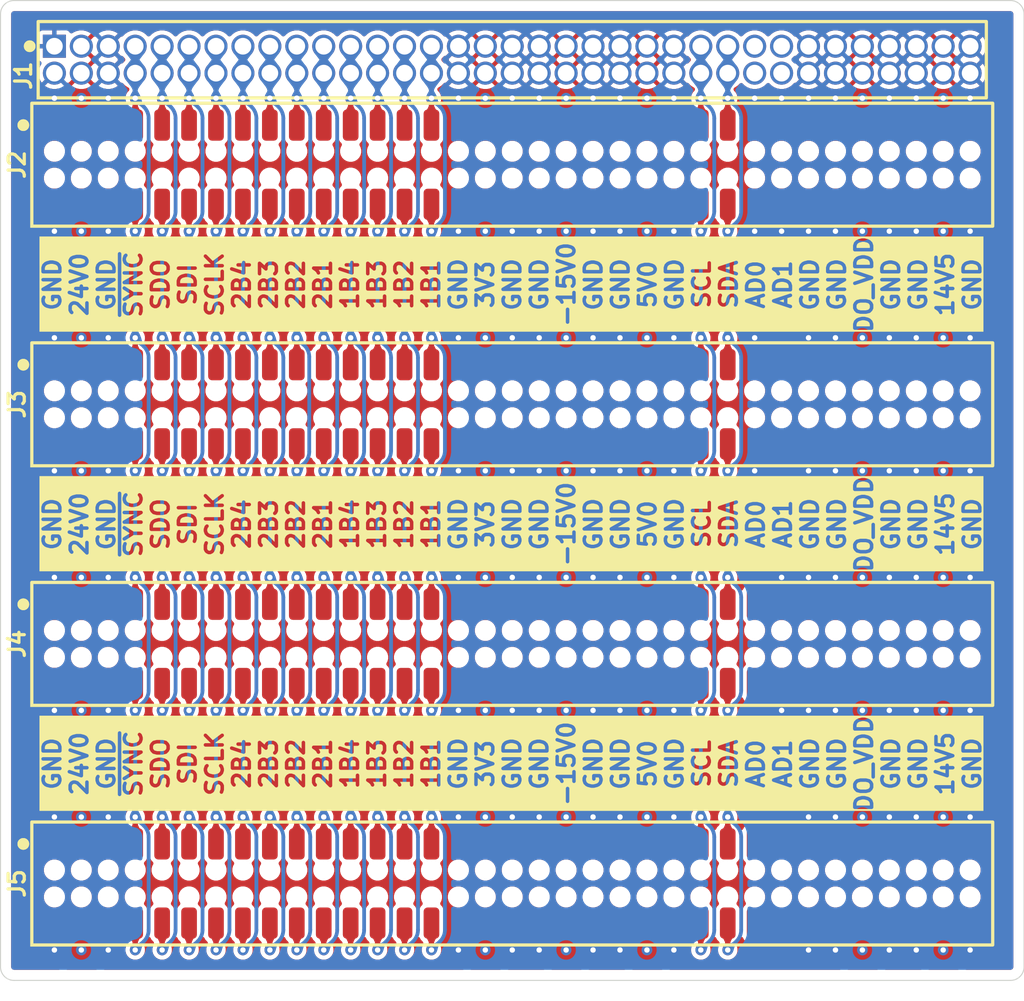
<source format=kicad_pcb>
(kicad_pcb (version 20241229) (generator "pcbnew") (generator_version "9.0")
  (layers (0 "F.Cu" signal) (4 "In1.Cu" power) (6 "In2.Cu" power) (2 "B.Cu" signal) (13 "F.Paste" user) (15 "B.Paste" user) (5 "F.SilkS" user "F.Silkscreen") (7 "B.SilkS" user "B.Silkscreen") (1 "F.Mask" user) (3 "B.Mask" user) (25 "Edge.Cuts" user))
  (net 0 "")
  (net 1 "GNDA")
  (net 2 "/5V0")
  (net 3 "/SCL")
  (net 4 "/24V0")
  (net 5 "/1B4")
  (net 6 "/~{SYNC}")
  (net 7 "/SCLK")
  (net 8 "/1B2")
  (net 9 "/1B3")
  (net 10 "/-15V0")
  (net 11 "/2B4")
  (net 12 "/1B1")
  (net 13 "/14V5")
  (net 14 "/SDI")
  (net 15 "/DO_VDD")
  (net 16 "/2B1")
  (net 17 "/2B2")
  (net 18 "/SDA")
  (net 19 "/SDO")
  (net 20 "/3V3")
  (net 21 "/2B3")
  (footprint "connector_footprints:CLP-135-02-G-D-BE" (layer "F.Cu") (at 139.7 140.0809)
    (property "Reference" "J5")
    (property "Value" "CLP-135-02-G-D-BE")
  )
  (footprint "connector_footprints:CLP-135-02-G-D-BE" (layer "F.Cu") (at 139.7 106.17022)
    (property "Reference" "J2")
    (property "Value" "CLP-135-02-G-D-BE")
  )
  (footprint "connector_footprints:CLP-135-02-G-D-BE" (layer "F.Cu") (at 139.7 117.47364)
    (property "Reference" "J3")
    (property "Value" "CLP-135-02-G-D-BE")
  )
  (footprint "connector_footprints:FTSH-135-04-L-D" (layer "F.Cu") (at 139.7 101.216)
    (property "Reference" "J1")
    (property "Value" "FTSH-135-04-L-D")
  )
  (footprint "connector_footprints:CLP-135-02-G-D-BE" (layer "F.Cu") (at 139.7 128.77727)
    (property "Reference" "J4")
    (property "Value" "CLP-135-02-G-D-BE")
  )
  (gr_arc (start 116.205 144.653) (mid 115.755987 144.467013) (end 115.57 144.018) (stroke (width 0.05)) (layer "Edge.Cuts"))
  (gr_line (start 116.205 98.425) (end 163.195 98.425) (stroke (width 0.05)) (layer "Edge.Cuts"))
  (gr_line (start 163.195 144.653) (end 116.205 144.653) (stroke (width 0.05)) (layer "Edge.Cuts"))
  (gr_line (start 115.57 144.018) (end 115.57 99.06) (stroke (width 0.05)) (layer "Edge.Cuts"))
  (gr_line (start 163.83 99.06) (end 163.83 144.018) (stroke (width 0.05)) (layer "Edge.Cuts"))
  (gr_arc (start 163.83 144.018) (mid 163.644013 144.467013) (end 163.195 144.653) (stroke (width 0.05)) (layer "Edge.Cuts"))
  (gr_arc (start 115.57 99.06) (mid 115.755987 98.610987) (end 116.205 98.425) (stroke (width 0.05)) (layer "Edge.Cuts"))
  (gr_arc (start 163.195 98.425) (mid 163.644013 98.610987) (end 163.83 99.06) (stroke (width 0.05)) (layer "Edge.Cuts"))
  (gr_text "GND\n24V0\nGND\n~{SYNC}\nSDO\nSDI\nSCLK\n2B4\n2B3\n2B2\n2B1\n1B4\n1B3\n1B2\n1B1\nGND\n3V3\nGND\nGND\n-15V0\nGND\nGND\n5V0\nGND\nSCL\nSDA\nAD0\nAD1\nGND\nGND\nDO_VDD\nGND\nGND\n14V5\nGND" (at 139.7 123.125455 90) (layer "F.SilkS" knockout) (effects (font (size 0.79248 0.79248) (thickness 0.1651) (bold yes))))
  (gr_text "GND\n24V0\nGND\n~{SYNC}\nSDO\nSDI\nSCLK\n2B4\n2B3\n2B2\n2B1\n1B4\n1B3\n1B2\n1B1\nGND\n3V3\nGND\nGND\n-15V0\nGND\nGND\n5V0\nGND\nSCL\nSDA\nAD0\nAD1\nGND\nGND\nDO_VDD\nGND\nGND\n14V5\nGND" (at 139.7 111.82193 90) (layer "F.SilkS" knockout) (effects (font (size 0.79248 0.79248) (thickness 0.1651) (bold yes))))
  (gr_text "GND\n24V0\nGND\n~{SYNC}\nSDO\nSDI\nSCLK\n2B4\n2B3\n2B2\n2B1\n1B4\n1B3\n1B2\n1B1\nGND\n3V3\nGND\nGND\n-15V0\nGND\nGND\n5V0\nGND\nSCL\nSDA\nAD0\nAD1\nGND\nGND\nDO_VDD\nGND\nGND\n14V5\nGND" (at 139.7 134.429085 90) (layer "F.SilkS" knockout) (effects (font (size 0.79248 0.79248) (thickness 0.1651) (bold yes))))
  (via (at 161.29 120.61064) (size 0.508) (drill 0.254) (layers "F.Cu" "B.Cu") (net 1))
  (via (at 151.13 120.61064) (size 0.508) (drill 0.254) (layers "F.Cu" "B.Cu") (net 1))
  (via (at 139.7 125.64027) (size 0.508) (drill 0.254) (layers "F.Cu" "B.Cu") (net 1))
  (via (at 161.29 136.9439) (size 0.508) (drill 0.254) (layers "F.Cu" "B.Cu") (net 1))
  (via (at 144.78 131.91427) (size 0.508) (drill 0.254) (layers "F.Cu" "B.Cu") (net 1))
  (via (at 158.75 114.33664) (size 0.508) (drill 0.254) (layers "F.Cu" "B.Cu") (net 1))
  (via (at 158.75 131.91427) (size 0.508) (drill 0.254) (layers "F.Cu" "B.Cu") (net 1))
  (via (at 137.16 120.61064) (size 0.508) (drill 0.254) (layers "F.Cu" "B.Cu") (net 1))
  (via (at 157.48 109.30722) (size 0.508) (drill 0.254) (layers "F.Cu" "B.Cu") (net 1))
  (via (at 143.51 114.33664) (size 0.508) (drill 0.254) (layers "F.Cu" "B.Cu") (net 1))
  (via (at 144.78 125.64027) (size 0.508) (drill 0.254) (layers "F.Cu" "B.Cu") (net 1))
  (via (at 154.94 125.64027) (size 0.508) (drill 0.254) (layers "F.Cu" "B.Cu") (net 1))
  (via (at 140.97 114.33664) (size 0.508) (drill 0.254) (layers "F.Cu" "B.Cu") (net 1))
  (via (at 144.78 143.2179) (size 0.508) (drill 0.254) (layers "F.Cu" "B.Cu") (net 1))
  (via (at 152.4 131.91427) (size 0.508) (drill 0.254) (layers "F.Cu" "B.Cu") (net 1))
  (via (at 140.97 125.64027) (size 0.508) (drill 0.254) (layers "F.Cu" "B.Cu") (net 1))
  (via (at 118.11 136.9439) (size 0.508) (drill 0.254) (layers "F.Cu" "B.Cu") (net 1))
  (via (at 152.4 125.64027) (size 0.508) (drill 0.254) (layers "F.Cu" "B.Cu") (net 1))
  (via (at 118.11 109.30722) (size 0.508) (drill 0.254) (layers "F.Cu" "B.Cu") (net 1))
  (via (at 153.67 125.64027) (size 0.508) (drill 0.254) (layers "F.Cu" "B.Cu") (net 1))
  (via (at 143.51 131.91427) (size 0.508) (drill 0.254) (layers "F.Cu" "B.Cu") (net 1))
  (via (at 154.94 114.33664) (size 0.508) (drill 0.254) (layers "F.Cu" "B.Cu") (net 1))
  (via (at 139.7 131.91427) (size 0.508) (drill 0.254) (layers "F.Cu" "B.Cu") (net 1))
  (via (at 157.48 143.2179) (size 0.508) (drill 0.254) (layers "F.Cu" "B.Cu") (net 1))
  (via (at 118.11 114.33664) (size 0.508) (drill 0.254) (layers "F.Cu" "B.Cu") (net 1))
  (via (at 158.75 120.61064) (size 0.508) (drill 0.254) (layers "F.Cu" "B.Cu") (net 1))
  (via (at 120.65 120.61064) (size 0.508) (drill 0.254) (layers "F.Cu" "B.Cu") (net 1))
  (via (at 154.94 131.91427) (size 0.508) (drill 0.254) (layers "F.Cu" "B.Cu") (net 1))
  (via (at 161.29 143.2179) (size 0.508) (drill 0.254) (layers "F.Cu" "B.Cu") (net 1))
  (via (at 147.32 143.2179) (size 0.508) (drill 0.254) (layers "F.Cu" "B.Cu") (net 1))
  (via (at 120.65 109.30722) (size 0.508) (drill 0.254) (layers "F.Cu" "B.Cu") (net 1))
  (via (at 158.75 103.03322) (size 0.508) (drill 0.254) (layers "F.Cu" "B.Cu") (net 1))
  (via (at 157.48 136.9439) (size 0.508) (drill 0.254) (layers "F.Cu" "B.Cu") (net 1))
  (via (at 151.13 103.03322) (size 0.508) (drill 0.254) (layers "F.Cu" "B.Cu") (net 1))
  (via (at 157.48 103.03322) (size 0.508) (drill 0.254) (layers "F.Cu" "B.Cu") (net 1))
  (via (at 137.16 125.64027) (size 0.508) (drill 0.254) (layers "F.Cu" "B.Cu") (net 1))
  (via (at 154.94 120.61064) (size 0.508) (drill 0.254) (layers "F.Cu" "B.Cu") (net 1))
  (via (at 147.32 109.30722) (size 0.508) (drill 0.254) (layers "F.Cu" "B.Cu") (net 1))
  (via (at 139.7 120.61064) (size 0.508) (drill 0.254) (layers "F.Cu" "B.Cu") (net 1))
  (via (at 140.97 120.61064) (size 0.508) (drill 0.254) (layers "F.Cu" "B.Cu") (net 1))
  (via (at 120.65 125.64027) (size 0.508) (drill 0.254) (layers "F.Cu" "B.Cu") (net 1))
  (via (at 144.78 114.33664) (size 0.508) (drill 0.254) (layers "F.Cu" "B.Cu") (net 1))
  (via (at 153.67 131.91427) (size 0.508) (drill 0.254) (layers "F.Cu" "B.Cu") (net 1))
  (via (at 152.4 109.30722) (size 0.508) (drill 0.254) (layers "F.Cu" "B.Cu") (net 1))
  (via (at 153.67 114.33664) (size 0.508) (drill 0.254) (layers "F.Cu" "B.Cu") (net 1))
  (via (at 143.51 103.03322) (size 0.508) (drill 0.254) (layers "F.Cu" "B.Cu") (net 1))
  (via (at 139.7 143.2179) (size 0.508) (drill 0.254) (layers "F.Cu" "B.Cu") (net 1))
  (via (at 161.29 131.91427) (size 0.508) (drill 0.254) (layers "F.Cu" "B.Cu") (net 1))
  (via (at 137.16 131.91427) (size 0.508) (drill 0.254) (layers "F.Cu" "B.Cu") (net 1))
  (via (at 140.97 143.2179) (size 0.508) (drill 0.254) (layers "F.Cu" "B.Cu") (net 1))
  (via (at 152.4 103.03322) (size 0.508) (drill 0.254) (layers "F.Cu" "B.Cu") (net 1))
  (via (at 139.7 136.9439) (size 0.508) (drill 0.254) (layers "F.Cu" "B.Cu") (net 1))
  (via (at 154.94 143.2179) (size 0.508) (drill 0.254) (layers "F.Cu" "B.Cu") (net 1))
  (via (at 147.32 136.9439) (size 0.508) (drill 0.254) (layers "F.Cu" "B.Cu") (net 1))
  (via (at 139.7 109.30722) (size 0.508) (drill 0.254) (layers "F.Cu" "B.Cu") (net 1))
  (via (at 143.51 136.9439) (size 0.508) (drill 0.254) (layers "F.Cu" "B.Cu") (net 1))
  (via (at 118.11 131.91427) (size 0.508) (drill 0.254) (layers "F.Cu" "B.Cu") (net 1))
  (via (at 154.94 103.03322) (size 0.508) (drill 0.254) (layers "F.Cu" "B.Cu") (net 1))
  (via (at 140.97 109.30722) (size 0.508) (drill 0.254) (layers "F.Cu" "B.Cu") (net 1))
  (via (at 137.16 136.9439) (size 0.508) (drill 0.254) (layers "F.Cu" "B.Cu") (net 1))
  (via (at 120.65 143.2179) (size 0.508) (drill 0.254) (layers "F.Cu" "B.Cu") (net 1))
  (via (at 153.67 109.30722) (size 0.508) (drill 0.254) (layers "F.Cu" "B.Cu") (net 1))
  (via (at 161.29 103.03322) (size 0.508) (drill 0.254) (layers "F.Cu" "B.Cu") (net 1))
  (via (at 147.32 103.03322) (size 0.508) (drill 0.254) (layers "F.Cu" "B.Cu") (net 1))
  (via (at 158.75 125.64027) (size 0.508) (drill 0.254) (layers "F.Cu" "B.Cu") (net 1))
  (via (at 157.48 120.61064) (size 0.508) (drill 0.254) (layers "F.Cu" "B.Cu") (net 1))
  (via (at 147.32 131.91427) (size 0.508) (drill 0.254) (layers "F.Cu" "B.Cu") (net 1))
  (via (at 120.65 114.33664) (size 0.508) (drill 0.254) (layers "F.Cu" "B.Cu") (net 1))
  (via (at 157.48 131.91427) (size 0.508) (drill 0.254) (layers "F.Cu" "B.Cu") (net 1))
  (via (at 137.16 103.03322) (size 0.508) (drill 0.254) (layers "F.Cu" "B.Cu") (net 1))
  (via (at 144.78 120.61064) (size 0.508) (drill 0.254) (layers "F.Cu" "B.Cu") (net 1))
  (via (at 147.32 120.61064) (size 0.508) (drill 0.254) (layers "F.Cu" "B.Cu") (net 1))
  (via (at 120.65 136.9439) (size 0.508) (drill 0.254) (layers "F.Cu" "B.Cu") (net 1))
  (via (at 143.51 125.64027) (size 0.508) (drill 0.254) (layers "F.Cu" "B.Cu") (net 1))
  (via (at 158.75 136.9439) (size 0.508) (drill 0.254) (layers "F.Cu" "B.Cu") (net 1))
  (via (at 151.13 114.33664) (size 0.508) (drill 0.254) (layers "F.Cu" "B.Cu") (net 1))
  (via (at 118.11 143.2179) (size 0.508) (drill 0.254) (layers "F.Cu" "B.Cu") (net 1))
  (via (at 161.29 109.30722) (size 0.508) (drill 0.254) (layers "F.Cu" "B.Cu") (net 1))
  (via (at 151.13 109.30722) (size 0.508) (drill 0.254) (layers "F.Cu" "B.Cu") (net 1))
  (via (at 153.67 143.2179) (size 0.508) (drill 0.254) (layers "F.Cu" "B.Cu") (net 1))
  (via (at 140.97 131.91427) (size 0.508) (drill 0.254) (layers "F.Cu" "B.Cu") (net 1))
  (via (at 161.29 114.33664) (size 0.508) (drill 0.254) (layers "F.Cu" "B.Cu") (net 1))
  (via (at 147.32 114.33664) (size 0.508) (drill 0.254) (layers "F.Cu" "B.Cu") (net 1))
  (via (at 158.75 109.30722) (size 0.508) (drill 0.254) (layers "F.Cu" "B.Cu") (net 1))
  (via (at 143.51 109.30722) (size 0.508) (drill 0.254) (layers "F.Cu" "B.Cu") (net 1))
  (via (at 120.65 103.03322) (size 0.508) (drill 0.254) (layers "F.Cu" "B.Cu") (net 1))
  (via (at 139.7 103.03322) (size 0.508) (drill 0.254) (layers "F.Cu" "B.Cu") (net 1))
  (via (at 147.32 125.64027) (size 0.508) (drill 0.254) (layers "F.Cu" "B.Cu") (net 1))
  (via (at 137.16 143.2179) (size 0.508) (drill 0.254) (layers "F.Cu" "B.Cu") (net 1))
  (via (at 158.75 143.2179) (size 0.508) (drill 0.254) (layers "F.Cu" "B.Cu") (net 1))
  (via (at 143.51 120.61064) (size 0.508) (drill 0.254) (layers "F.Cu" "B.Cu") (net 1))
  (via (at 143.51 143.2179) (size 0.508) (drill 0.254) (layers "F.Cu" "B.Cu") (net 1))
  (via (at 157.48 125.64027) (size 0.508) (drill 0.254) (layers "F.Cu" "B.Cu") (net 1))
  (via (at 153.67 120.61064) (size 0.508) (drill 0.254) (layers "F.Cu" "B.Cu") (net 1))
  (via (at 144.78 136.9439) (size 0.508) (drill 0.254) (layers "F.Cu" "B.Cu") (net 1))
  (via (at 140.97 136.9439) (size 0.508) (drill 0.254) (layers "F.Cu" "B.Cu") (net 1))
  (via (at 144.78 109.30722) (size 0.508) (drill 0.254) (layers "F.Cu" "B.Cu") (net 1))
  (via (at 118.11 103.03322) (size 0.508) (drill 0.254) (layers "F.Cu" "B.Cu") (net 1))
  (via (at 137.16 114.33664) (size 0.508) (drill 0.254) (layers "F.Cu" "B.Cu") (net 1))
  (via (at 137.16 109.30722) (size 0.508) (drill 0.254) (layers "F.Cu" "B.Cu") (net 1))
  (via (at 154.94 136.9439) (size 0.508) (drill 0.254) (layers "F.Cu" "B.Cu") (net 1))
  (via (at 120.65 131.91427) (size 0.508) (drill 0.254) (layers "F.Cu" "B.Cu") (net 1))
  (via (at 140.97 103.03322) (size 0.508) (drill 0.254) (layers "F.Cu" "B.Cu") (net 1))
  (via (at 144.78 103.03322) (size 0.508) (drill 0.254) (layers "F.Cu" "B.Cu") (net 1))
  (via (at 118.11 120.61064) (size 0.508) (drill 0.254) (layers "F.Cu" "B.Cu") (net 1))
  (via (at 139.7 114.33664) (size 0.508) (drill 0.254) (layers "F.Cu" "B.Cu") (net 1))
  (via (at 153.67 136.9439) (size 0.508) (drill 0.254) (layers "F.Cu" "B.Cu") (net 1))
  (via (at 118.11 125.64027) (size 0.508) (drill 0.254) (layers "F.Cu" "B.Cu") (net 1))
  (via (at 157.48 114.33664) (size 0.508) (drill 0.254) (layers "F.Cu" "B.Cu") (net 1))
  (via (at 154.94 109.30722) (size 0.508) (drill 0.254) (layers "F.Cu" "B.Cu") (net 1))
  (via (at 153.67 103.03322) (size 0.508) (drill 0.254) (layers "F.Cu" "B.Cu") (net 1))
  (via (at 161.29 125.64027) (size 0.508) (drill 0.254) (layers "F.Cu" "B.Cu") (net 1))
  (via (at 146.05 136.9439) (size 0.508) (drill 0.254) (layers "F.Cu" "B.Cu") (net 2))
  (via (at 146.05 131.91427) (size 0.508) (drill 0.254) (layers "F.Cu" "B.Cu") (net 2))
  (via (at 146.05 143.2179) (size 0.508) (drill 0.254) (layers "F.Cu" "B.Cu") (net 2))
  (via (at 146.05 125.64027) (size 0.508) (drill 0.254) (layers "F.Cu" "B.Cu") (net 2))
  (via (at 146.05 120.61064) (size 0.508) (drill 0.254) (layers "F.Cu" "B.Cu") (net 2))
  (via (at 146.05 109.30722) (size 0.508) (drill 0.254) (layers "F.Cu" "B.Cu") (net 2))
  (via (at 146.05 114.33664) (size 0.508) (drill 0.254) (layers "F.Cu" "B.Cu") (net 2))
  (via (at 146.05 103.03322) (size 0.508) (drill 0.254) (layers "F.Cu" "B.Cu") (net 2))
  (segment (start 148.59 138.2139) (end 148.59 136.9439) (width 0.1778) (layer "F.Cu") (net 3))
  (segment (start 148.59 115.60664) (end 148.59 114.33664) (width 0.1778) (layer "F.Cu") (net 3))
  (segment (start 148.59 119.34064) (end 148.59 120.61064) (width 0.1778) (layer "F.Cu") (net 3))
  (segment (start 148.59 108.03722) (end 148.59 109.30722) (width 0.1778) (layer "F.Cu") (net 3))
  (segment (start 148.59 126.91027) (end 148.59 125.64027) (width 0.1778) (layer "F.Cu") (net 3))
  (segment (start 148.59 141.9479) (end 148.59 143.2179) (width 0.1778) (layer "F.Cu") (net 3))
  (segment (start 148.59 130.64427) (end 148.59 131.91427) (width 0.1778) (layer "F.Cu") (net 3))
  (segment (start 148.59 104.30322) (end 148.59 103.03322) (width 0.1778) (layer "F.Cu") (net 3))
  (via (at 148.59 114.33664) (size 0.508) (drill 0.254) (layers "F.Cu" "B.Cu") (net 3))
  (via (at 148.59 136.9439) (size 0.508) (drill 0.254) (layers "F.Cu" "B.Cu") (net 3))
  (via (at 148.59 143.2179) (size 0.508) (drill 0.254) (layers "F.Cu" "B.Cu") (net 3))
  (via (at 148.59 120.61064) (size 0.508) (drill 0.254) (layers "F.Cu" "B.Cu") (net 3))
  (via (at 148.59 103.03322) (size 0.508) (drill 0.254) (layers "F.Cu" "B.Cu") (net 3))
  (via (at 148.59 131.91427) (size 0.508) (drill 0.254) (layers "F.Cu" "B.Cu") (net 3))
  (via (at 148.59 109.30722) (size 0.508) (drill 0.254) (layers "F.Cu" "B.Cu") (net 3))
  (via (at 148.59 125.64027) (size 0.508) (drill 0.254) (layers "F.Cu" "B.Cu") (net 3))
  (segment (start 148.59 109.30722) (end 149.001816 108.895404) (width 0.1778) (layer "B.Cu") (net 3))
  (segment (start 149.225 108.356589) (end 149.225 103.983851) (width 0.1778) (layer "B.Cu") (net 3))
  (segment (start 149.225 130.963639) (end 149.225 126.590901) (width 0.1778) (layer "B.Cu") (net 3))
  (segment (start 149.001815 103.445035) (end 148.59 103.03322) (width 0.1778) (layer "B.Cu") (net 3))
  (segment (start 149.225 119.660009) (end 149.225 115.287271) (width 0.1778) (layer "B.Cu") (net 3))
  (segment (start 148.59 131.91427) (end 149.001816 131.502454) (width 0.1778) (layer "B.Cu") (net 3))
  (segment (start 149.001815 126.052085) (end 148.59 125.64027) (width 0.1778) (layer "B.Cu") (net 3))
  (segment (start 148.59 120.61064) (end 149.001816 120.198824) (width 0.1778) (layer "B.Cu") (net 3))
  (segment (start 148.59 125.64027) (end 148.59 120.61064) (width 0.1778) (layer "B.Cu") (net 3))
  (segment (start 148.59 136.9439) (end 148.59 131.91427) (width 0.1778) (layer "B.Cu") (net 3))
  (segment (start 148.59 101.851) (end 148.59 100.581) (width 0.1778) (layer "B.Cu") (net 3))
  (segment (start 149.225 142.267269) (end 149.225 137.894531) (width 0.1778) (layer "B.Cu") (net 3))
  (segment (start 148.59 143.2179) (end 149.001816 142.806084) (width 0.1778) (layer "B.Cu") (net 3))
  (segment (start 148.59 103.03322) (end 148.59 101.851) (width 0.1778) (layer "B.Cu") (net 3))
  (segment (start 148.59 114.33664) (end 148.59 109.30722) (width 0.1778) (layer "B.Cu") (net 3))
  (segment (start 149.001815 137.355715) (end 148.59 136.9439) (width 0.1778) (layer "B.Cu") (net 3))
  (segment (start 149.001815 114.748455) (end 148.59 114.33664) (width 0.1778) (layer "B.Cu") (net 3))
  (arc (start 149.001816 108.895404) (mid 149.166997 108.648194) (end 149.225 108.356589) (width 0.1778) (layer "B.Cu") (net 3))
  (arc (start 149.001816 131.502454) (mid 149.166997 131.255244) (end 149.225 130.963639) (width 0.1778) (layer "B.Cu") (net 3))
  (arc (start 149.001815 126.052085) (mid 149.166996 126.299296) (end 149.225 126.590901) (width 0.1778) (layer "B.Cu") (net 3))
  (arc (start 149.225 137.894531) (mid 149.166996 137.602926) (end 149.001815 137.355715) (width 0.1778) (layer "B.Cu") (net 3))
  (arc (start 149.225 103.983851) (mid 149.166996 103.692246) (end 149.001815 103.445035) (width 0.1778) (layer "B.Cu") (net 3))
  (arc (start 149.225 142.267269) (mid 149.166996 142.558873) (end 149.001816 142.806084) (width 0.1778) (layer "B.Cu") (net 3))
  (arc (start 149.001816 120.198824) (mid 149.166997 119.951614) (end 149.225 119.660009) (width 0.1778) (layer "B.Cu") (net 3))
  (arc (start 149.225 115.287271) (mid 149.166996 114.995666) (end 149.001815 114.748455) (width 0.1778) (layer "B.Cu") (net 3))
  (via (at 119.38 143.2179) (size 0.508) (drill 0.254) (layers "F.Cu" "B.Cu") (net 4))
  (via (at 119.38 131.91427) (size 0.508) (drill 0.254) (layers "F.Cu" "B.Cu") (net 4))
  (via (at 119.38 114.33664) (size 0.508) (drill 0.254) (layers "F.Cu" "B.Cu") (net 4))
  (via (at 119.38 103.03322) (size 0.508) (drill 0.254) (layers "F.Cu" "B.Cu") (net 4))
  (via (at 119.38 120.61064) (size 0.508) (drill 0.254) (layers "F.Cu" "B.Cu") (net 4))
  (via (at 119.38 125.64027) (size 0.508) (drill 0.254) (layers "F.Cu" "B.Cu") (net 4))
  (via (at 119.38 109.30722) (size 0.508) (drill 0.254) (layers "F.Cu" "B.Cu") (net 4))
  (via (at 119.38 136.9439) (size 0.508) (drill 0.254) (layers "F.Cu" "B.Cu") (net 4))
  (segment (start 132.08 104.30322) (end 132.08 103.03322) (width 0.1778) (layer "F.Cu") (net 5))
  (segment (start 132.08 141.9479) (end 132.08 143.2179) (width 0.1778) (layer "F.Cu") (net 5))
  (segment (start 132.08 115.60664) (end 132.08 114.33664) (width 0.1778) (layer "F.Cu") (net 5))
  (segment (start 132.08 108.03722) (end 132.08 109.30722) (width 0.1778) (layer "F.Cu") (net 5))
  (segment (start 132.08 130.64427) (end 132.08 131.91427) (width 0.1778) (layer "F.Cu") (net 5))
  (segment (start 132.08 138.2139) (end 132.08 136.9439) (width 0.1778) (layer "F.Cu") (net 5))
  (segment (start 132.08 119.34064) (end 132.08 120.61064) (width 0.1778) (layer "F.Cu") (net 5))
  (segment (start 132.08 126.91027) (end 132.08 125.64027) (width 0.1778) (layer "F.Cu") (net 5))
  (via (at 132.08 109.30722) (size 0.508) (drill 0.254) (layers "F.Cu" "B.Cu") (net 5))
  (via (at 132.08 114.33664) (size 0.508) (drill 0.254) (layers "F.Cu" "B.Cu") (net 5))
  (via (at 132.08 143.2179) (size 0.508) (drill 0.254) (layers "F.Cu" "B.Cu") (net 5))
  (via (at 132.08 103.03322) (size 0.508) (drill 0.254) (layers "F.Cu" "B.Cu") (net 5))
  (via (at 132.08 136.9439) (size 0.508) (drill 0.254) (layers "F.Cu" "B.Cu") (net 5))
  (via (at 132.08 125.64027) (size 0.508) (drill 0.254) (layers "F.Cu" "B.Cu") (net 5))
  (via (at 132.08 120.61064) (size 0.508) (drill 0.254) (layers "F.Cu" "B.Cu") (net 5))
  (via (at 132.08 131.91427) (size 0.508) (drill 0.254) (layers "F.Cu" "B.Cu") (net 5))
  (segment (start 132.08 131.91427) (end 132.491816 131.502454) (width 0.1778) (layer "B.Cu") (net 5))
  (segment (start 132.08 100.581) (end 132.08 101.851) (width 0.1778) (layer "B.Cu") (net 5))
  (segment (start 132.08 136.9439) (end 132.08 131.91427) (width 0.1778) (layer "B.Cu") (net 5))
  (segment (start 132.08 120.61064) (end 132.491816 120.198824) (width 0.1778) (layer "B.Cu") (net 5))
  (segment (start 132.08 143.2179) (end 132.491816 142.806084) (width 0.1778) (layer "B.Cu") (net 5))
  (segment (start 132.715 130.963639) (end 132.715 126.590901) (width 0.1778) (layer "B.Cu") (net 5))
  (segment (start 132.08 109.30722) (end 132.491816 108.895404) (width 0.1778) (layer "B.Cu") (net 5))
  (segment (start 132.491815 103.445035) (end 132.08 103.03322) (width 0.1778) (layer "B.Cu") (net 5))
  (segment (start 132.491815 126.052085) (end 132.08 125.64027) (width 0.1778) (layer "B.Cu") (net 5))
  (segment (start 132.08 125.64027) (end 132.08 120.61064) (width 0.1778) (layer "B.Cu") (net 5))
  (segment (start 132.08 103.03322) (end 132.08 101.851) (width 0.1778) (layer "B.Cu") (net 5))
  (segment (start 132.715 119.660009) (end 132.715 115.287271) (width 0.1778) (layer "B.Cu") (net 5))
  (segment (start 132.715 142.267269) (end 132.715 137.894531) (width 0.1778) (layer "B.Cu") (net 5))
  (segment (start 132.715 108.356589) (end 132.715 103.983851) (width 0.1778) (layer "B.Cu") (net 5))
  (segment (start 132.08 114.33664) (end 132.08 109.30722) (width 0.1778) (layer "B.Cu") (net 5))
  (segment (start 132.491815 137.355715) (end 132.08 136.9439) (width 0.1778) (layer "B.Cu") (net 5))
  (segment (start 132.491815 114.748455) (end 132.08 114.33664) (width 0.1778) (layer "B.Cu") (net 5))
  (arc (start 132.491815 137.355715) (mid 132.656996 137.602926) (end 132.715 137.894531) (width 0.1778) (layer "B.Cu") (net 5))
  (arc (start 132.491816 142.806084) (mid 132.656997 142.558874) (end 132.715 142.267269) (width 0.1778) (layer "B.Cu") (net 5))
  (arc (start 132.715 115.287271) (mid 132.656996 114.995666) (end 132.491815 114.748455) (width 0.1778) (layer "B.Cu") (net 5))
  (arc (start 132.715 119.660009) (mid 132.656996 119.951613) (end 132.491816 120.198824) (width 0.1778) (layer "B.Cu") (net 5))
  (arc (start 132.715 130.963639) (mid 132.656996 131.255243) (end 132.491816 131.502454) (width 0.1778) (layer "B.Cu") (net 5))
  (arc (start 132.491816 108.895404) (mid 132.656997 108.648194) (end 132.715 108.356589) (width 0.1778) (layer "B.Cu") (net 5))
  (arc (start 132.491815 126.052085) (mid 132.656996 126.299296) (end 132.715 126.590901) (width 0.1778) (layer "B.Cu") (net 5))
  (arc (start 132.491815 103.445035) (mid 132.656996 103.692246) (end 132.715 103.983851) (width 0.1778) (layer "B.Cu") (net 5))
  (segment (start 121.92 115.60664) (end 121.92 114.33664) (width 0.1778) (layer "F.Cu") (net 6))
  (segment (start 121.92 130.64427) (end 121.92 131.91427) (width 0.1778) (layer "F.Cu") (net 6))
  (segment (start 121.92 126.91027) (end 121.92 125.64027) (width 0.1778) (layer "F.Cu") (net 6))
  (segment (start 121.92 104.30322) (end 121.92 103.03322) (width 0.1778) (layer "F.Cu") (net 6))
  (segment (start 121.92 119.34064) (end 121.92 120.61064) (width 0.1778) (layer "F.Cu") (net 6))
  (segment (start 121.92 138.2139) (end 121.92 136.9439) (width 0.1778) (layer "F.Cu") (net 6))
  (segment (start 121.92 141.9479) (end 121.92 143.2179) (width 0.1778) (layer "F.Cu") (net 6))
  (segment (start 121.92 108.03722) (end 121.92 109.30722) (width 0.1778) (layer "F.Cu") (net 6))
  (via (at 121.92 114.33664) (size 0.508) (drill 0.254) (layers "F.Cu" "B.Cu") (net 6))
  (via (at 121.92 103.03322) (size 0.508) (drill 0.254) (layers "F.Cu" "B.Cu") (net 6))
  (via (at 121.92 125.64027) (size 0.508) (drill 0.254) (layers "F.Cu" "B.Cu") (net 6))
  (via (at 121.92 109.30722) (size 0.508) (drill 0.254) (layers "F.Cu" "B.Cu") (net 6))
  (via (at 121.92 131.91427) (size 0.508) (drill 0.254) (layers "F.Cu" "B.Cu") (net 6))
  (via (at 121.92 120.61064) (size 0.508) (drill 0.254) (layers "F.Cu" "B.Cu") (net 6))
  (via (at 121.92 136.9439) (size 0.508) (drill 0.254) (layers "F.Cu" "B.Cu") (net 6))
  (via (at 121.92 143.2179) (size 0.508) (drill 0.254) (layers "F.Cu" "B.Cu") (net 6))
  (segment (start 121.92 143.2179) (end 122.331816 142.806084) (width 0.1778) (layer "B.Cu") (net 6))
  (segment (start 122.331815 103.445035) (end 121.92 103.03322) (width 0.1778) (layer "B.Cu") (net 6))
  (segment (start 122.331815 114.748455) (end 121.92 114.33664) (width 0.1778) (layer "B.Cu") (net 6))
  (segment (start 121.92 120.61064) (end 122.331816 120.198824) (width 0.1778) (layer "B.Cu") (net 6))
  (segment (start 121.92 100.581) (end 121.92 101.851) (width 0.1778) (layer "B.Cu") (net 6))
  (segment (start 121.92 109.30722) (end 122.331816 108.895404) (width 0.1778) (layer "B.Cu") (net 6))
  (segment (start 121.92 131.91427) (end 122.331816 131.502454) (width 0.1778) (layer "B.Cu") (net 6))
  (segment (start 121.92 136.9439) (end 121.92 131.91427) (width 0.1778) (layer "B.Cu") (net 6))
  (segment (start 122.555 142.267269) (end 122.555 137.894531) (width 0.1778) (layer "B.Cu") (net 6))
  (segment (start 121.92 114.33664) (end 121.92 109.30722) (width 0.1778) (layer "B.Cu") (net 6))
  (segment (start 122.555 119.660009) (end 122.555 115.287271) (width 0.1778) (layer "B.Cu") (net 6))
  (segment (start 121.92 103.03322) (end 121.92 101.851) (width 0.1778) (layer "B.Cu") (net 6))
  (segment (start 122.555 130.963639) (end 122.555 126.590901) (width 0.1778) (layer "B.Cu") (net 6))
  (segment (start 122.331815 137.355715) (end 121.92 136.9439) (width 0.1778) (layer "B.Cu") (net 6))
  (segment (start 122.331815 126.052085) (end 121.92 125.64027) (width 0.1778) (layer "B.Cu") (net 6))
  (segment (start 121.92 125.64027) (end 121.92 120.61064) (width 0.1778) (layer "B.Cu") (net 6))
  (segment (start 122.555 108.356589) (end 122.555 103.983851) (width 0.1778) (layer "B.Cu") (net 6))
  (arc (start 122.331815 137.355715) (mid 122.496996 137.602926) (end 122.555 137.894531) (width 0.1778) (layer "B.Cu") (net 6))
  (arc (start 122.555 103.983851) (mid 122.496996 103.692246) (end 122.331815 103.445035) (width 0.1778) (layer "B.Cu") (net 6))
  (arc (start 122.331815 114.748455) (mid 122.496996 114.995666) (end 122.555 115.287271) (width 0.1778) (layer "B.Cu") (net 6))
  (arc (start 122.331816 120.198824) (mid 122.496997 119.951614) (end 122.555 119.660009) (width 0.1778) (layer "B.Cu") (net 6))
  (arc (start 122.331816 142.806084) (mid 122.496997 142.558874) (end 122.555 142.267269) (width 0.1778) (layer "B.Cu") (net 6))
  (arc (start 122.331815 126.052085) (mid 122.496996 126.299296) (end 122.555 126.590901) (width 0.1778) (layer "B.Cu") (net 6))
  (arc (start 122.331816 108.895404) (mid 122.496997 108.648194) (end 122.555 108.356589) (width 0.1778) (layer "B.Cu") (net 6))
  (arc (start 122.331816 131.502454) (mid 122.496997 131.255244) (end 122.555 130.963639) (width 0.1778) (layer "B.Cu") (net 6))
  (segment (start 125.73 138.2139) (end 125.73 136.9439) (width 0.1778) (layer "F.Cu") (net 7))
  (segment (start 125.73 119.34064) (end 125.73 120.61064) (width 0.1778) (layer "F.Cu") (net 7))
  (segment (start 125.73 130.64427) (end 125.73 131.91427) (width 0.1778) (layer "F.Cu") (net 7))
  (segment (start 125.73 141.9479) (end 125.73 143.2179) (width 0.1778) (layer "F.Cu") (net 7))
  (segment (start 125.73 115.60664) (end 125.73 114.33664) (width 0.1778) (layer "F.Cu") (net 7))
  (segment (start 125.73 104.30322) (end 125.73 103.03322) (width 0.1778) (layer "F.Cu") (net 7))
  (segment (start 125.73 108.03722) (end 125.73 109.30722) (width 0.1778) (layer "F.Cu") (net 7))
  (segment (start 125.73 126.91027) (end 125.73 125.64027) (width 0.1778) (layer "F.Cu") (net 7))
  (via (at 125.73 109.30722) (size 0.508) (drill 0.254) (layers "F.Cu" "B.Cu") (net 7))
  (via (at 125.73 120.61064) (size 0.508) (drill 0.254) (layers "F.Cu" "B.Cu") (net 7))
  (via (at 125.73 143.2179) (size 0.508) (drill 0.254) (layers "F.Cu" "B.Cu") (net 7))
  (via (at 125.73 114.33664) (size 0.508) (drill 0.254) (layers "F.Cu" "B.Cu") (net 7))
  (via (at 125.73 136.9439) (size 0.508) (drill 0.254) (layers "F.Cu" "B.Cu") (net 7))
  (via (at 125.73 131.91427) (size 0.508) (drill 0.254) (layers "F.Cu" "B.Cu") (net 7))
  (via (at 125.73 103.03322) (size 0.508) (drill 0.254) (layers "F.Cu" "B.Cu") (net 7))
  (via (at 125.73 125.64027) (size 0.508) (drill 0.254) (layers "F.Cu" "B.Cu") (net 7))
  (segment (start 126.141815 114.748455) (end 125.73 114.33664) (width 0.1778) (layer "B.Cu") (net 7))
  (segment (start 126.365 142.267269) (end 126.365 137.894531) (width 0.1778) (layer "B.Cu") (net 7))
  (segment (start 125.73 136.9439) (end 125.73 131.91427) (width 0.1778) (layer "B.Cu") (net 7))
  (segment (start 126.365 108.356589) (end 126.365 103.983851) (width 0.1778) (layer "B.Cu") (net 7))
  (segment (start 126.365 130.963639) (end 126.365 126.590901) (width 0.1778) (layer "B.Cu") (net 7))
  (segment (start 125.73 103.03322) (end 125.73 101.851) (width 0.1778) (layer "B.Cu") (net 7))
  (segment (start 126.141815 137.355715) (end 125.73 136.9439) (width 0.1778) (layer "B.Cu") (net 7))
  (segment (start 125.73 114.33664) (end 125.73 109.30722) (width 0.1778) (layer "B.Cu") (net 7))
  (segment (start 125.73 125.64027) (end 125.73 120.61064) (width 0.1778) (layer "B.Cu") (net 7))
  (segment (start 126.141815 126.052085) (end 125.73 125.64027) (width 0.1778) (layer "B.Cu") (net 7))
  (segment (start 125.73 109.30722) (end 126.141816 108.895404) (width 0.1778) (layer "B.Cu") (net 7))
  (segment (start 126.141815 103.445035) (end 125.73 103.03322) (width 0.1778) (layer "B.Cu") (net 7))
  (segment (start 126.365 119.660009) (end 126.365 115.287271) (width 0.1778) (layer "B.Cu") (net 7))
  (segment (start 125.73 100.581) (end 125.73 101.851) (width 0.1778) (layer "B.Cu") (net 7))
  (segment (start 125.73 131.91427) (end 126.141816 131.502454) (width 0.1778) (layer "B.Cu") (net 7))
  (segment (start 125.73 143.2179) (end 126.141816 142.806084) (width 0.1778) (layer "B.Cu") (net 7))
  (segment (start 125.73 120.61064) (end 126.141816 120.198824) (width 0.1778) (layer "B.Cu") (net 7))
  (arc (start 126.141816 142.806084) (mid 126.306997 142.558874) (end 126.365 142.267269) (width 0.1778) (layer "B.Cu") (net 7))
  (arc (start 126.141816 120.198824) (mid 126.306997 119.951614) (end 126.365 119.660009) (width 0.1778) (layer "B.Cu") (net 7))
  (arc (start 126.365 103.983851) (mid 126.306996 103.692246) (end 126.141815 103.445035) (width 0.1778) (layer "B.Cu") (net 7))
  (arc (start 126.141815 126.052085) (mid 126.306996 126.299296) (end 126.365 126.590901) (width 0.1778) (layer "B.Cu") (net 7))
  (arc (start 126.365 137.894531) (mid 126.306996 137.602926) (end 126.141815 137.355715) (width 0.1778) (layer "B.Cu") (net 7))
  (arc (start 126.141816 131.502454) (mid 126.306997 131.255244) (end 126.365 130.963639) (width 0.1778) (layer "B.Cu") (net 7))
  (arc (start 126.141815 114.748455) (mid 126.306996 114.995666) (end 126.365 115.287271) (width 0.1778) (layer "B.Cu") (net 7))
  (arc (start 126.141816 108.895404) (mid 126.306997 108.648194) (end 126.365 108.356589) (width 0.1778) (layer "B.Cu") (net 7))
  (segment (start 134.62 104.30322) (end 134.62 103.03322) (width 0.1778) (layer "F.Cu") (net 8))
  (segment (start 134.62 141.9479) (end 134.62 143.2179) (width 0.1778) (layer "F.Cu") (net 8))
  (segment (start 134.62 138.2139) (end 134.62 136.9439) (width 0.1778) (layer "F.Cu") (net 8))
  (segment (start 134.62 108.03722) (end 134.62 109.30722) (width 0.1778) (layer "F.Cu") (net 8))
  (segment (start 134.62 119.34064) (end 134.62 120.61064) (width 0.1778) (layer "F.Cu") (net 8))
  (segment (start 134.62 126.91027) (end 134.62 125.64027) (width 0.1778) (layer "F.Cu") (net 8))
  (segment (start 134.62 115.60664) (end 134.62 114.33664) (width 0.1778) (layer "F.Cu") (net 8))
  (segment (start 134.62 130.64427) (end 134.62 131.91427) (width 0.1778) (layer "F.Cu") (net 8))
  (via (at 134.62 114.33664) (size 0.508) (drill 0.254) (layers "F.Cu" "B.Cu") (net 8))
  (via (at 134.62 120.61064) (size 0.508) (drill 0.254) (layers "F.Cu" "B.Cu") (net 8))
  (via (at 134.62 131.91427) (size 0.508) (drill 0.254) (layers "F.Cu" "B.Cu") (net 8))
  (via (at 134.62 125.64027) (size 0.508) (drill 0.254) (layers "F.Cu" "B.Cu") (net 8))
  (via (at 134.62 109.30722) (size 0.508) (drill 0.254) (layers "F.Cu" "B.Cu") (net 8))
  (via (at 134.62 136.9439) (size 0.508) (drill 0.254) (layers "F.Cu" "B.Cu") (net 8))
  (via (at 134.62 103.03322) (size 0.508) (drill 0.254) (layers "F.Cu" "B.Cu") (net 8))
  (via (at 134.62 143.2179) (size 0.508) (drill 0.254) (layers "F.Cu" "B.Cu") (net 8))
  (segment (start 135.255 142.267269) (end 135.255 137.894531) (width 0.1778) (layer "B.Cu") (net 8))
  (segment (start 134.62 136.9439) (end 134.62 131.91427) (width 0.1778) (layer "B.Cu") (net 8))
  (segment (start 135.031815 114.748455) (end 134.62 114.33664) (width 0.1778) (layer "B.Cu") (net 8))
  (segment (start 135.255 108.356589) (end 135.255 103.983851) (width 0.1778) (layer "B.Cu") (net 8))
  (segment (start 135.031815 103.445035) (end 134.62 103.03322) (width 0.1778) (layer "B.Cu") (net 8))
  (segment (start 134.62 125.64027) (end 134.62 120.61064) (width 0.1778) (layer "B.Cu") (net 8))
  (segment (start 135.031815 126.052085) (end 134.62 125.64027) (width 0.1778) (layer "B.Cu") (net 8))
  (segment (start 135.255 130.963639) (end 135.255 126.590901) (width 0.1778) (layer "B.Cu") (net 8))
  (segment (start 134.62 120.61064) (end 135.031816 120.198824) (width 0.1778) (layer "B.Cu") (net 8))
  (segment (start 134.62 109.30722) (end 135.031816 108.895404) (width 0.1778) (layer "B.Cu") (net 8))
  (segment (start 134.62 131.91427) (end 135.031816 131.502454) (width 0.1778) (layer "B.Cu") (net 8))
  (segment (start 134.62 103.03322) (end 134.62 101.851) (width 0.1778) (layer "B.Cu") (net 8))
  (segment (start 134.62 114.33664) (end 134.62 109.30722) (width 0.1778) (layer "B.Cu") (net 8))
  (segment (start 134.62 100.581) (end 134.62 101.851) (width 0.1778) (layer "B.Cu") (net 8))
  (segment (start 135.255 119.660009) (end 135.255 115.287271) (width 0.1778) (layer "B.Cu") (net 8))
  (segment (start 134.62 143.2179) (end 135.031816 142.806084) (width 0.1778) (layer "B.Cu") (net 8))
  (segment (start 135.031815 137.355715) (end 134.62 136.9439) (width 0.1778) (layer "B.Cu") (net 8))
  (arc (start 135.031816 120.198824) (mid 135.196997 119.951614) (end 135.255 119.660009) (width 0.1778) (layer "B.Cu") (net 8))
  (arc (start 135.255 103.983851) (mid 135.196996 103.692246) (end 135.031815 103.445035) (width 0.1778) (layer "B.Cu") (net 8))
  (arc (start 135.031815 114.748455) (mid 135.196996 114.995666) (end 135.255 115.287271) (width 0.1778) (layer "B.Cu") (net 8))
  (arc (start 135.255 126.590901) (mid 135.196996 126.299296) (end 135.031815 126.052085) (width 0.1778) (layer "B.Cu") (net 8))
  (arc (start 135.255 130.963639) (mid 135.196996 131.255243) (end 135.031816 131.502454) (width 0.1778) (layer "B.Cu") (net 8))
  (arc (start 135.031816 142.806084) (mid 135.196997 142.558874) (end 135.255 142.267269) (width 0.1778) (layer "B.Cu") (net 8))
  (arc (start 135.031816 108.895404) (mid 135.196997 108.648194) (end 135.255 108.356589) (width 0.1778) (layer "B.Cu") (net 8))
  (arc (start 135.031815 137.355715) (mid 135.196996 137.602926) (end 135.255 137.894531) (width 0.1778) (layer "B.Cu") (net 8))
  (segment (start 133.35 130.64427) (end 133.35 131.91427) (width 0.1778) (layer "F.Cu") (net 9))
  (segment (start 133.35 126.91027) (end 133.35 125.64027) (width 0.1778) (layer "F.Cu") (net 9))
  (segment (start 133.35 119.34064) (end 133.35 120.61064) (width 0.1778) (layer "F.Cu") (net 9))
  (segment (start 133.35 108.03722) (end 133.35 109.30722) (width 0.1778) (layer "F.Cu") (net 9))
  (segment (start 133.35 104.30322) (end 133.35 103.03322) (width 0.1778) (layer "F.Cu") (net 9))
  (segment (start 133.35 138.2139) (end 133.35 136.9439) (width 0.1778) (layer "F.Cu") (net 9))
  (segment (start 133.35 141.9479) (end 133.35 143.2179) (width 0.1778) (layer "F.Cu") (net 9))
  (segment (start 133.35 115.60664) (end 133.35 114.33664) (width 0.1778) (layer "F.Cu") (net 9))
  (via (at 133.35 125.64027) (size 0.508) (drill 0.254) (layers "F.Cu" "B.Cu") (net 9))
  (via (at 133.35 120.61064) (size 0.508) (drill 0.254) (layers "F.Cu" "B.Cu") (net 9))
  (via (at 133.35 103.03322) (size 0.508) (drill 0.254) (layers "F.Cu" "B.Cu") (net 9))
  (via (at 133.35 109.30722) (size 0.508) (drill 0.254) (layers "F.Cu" "B.Cu") (net 9))
  (via (at 133.35 143.2179) (size 0.508) (drill 0.254) (layers "F.Cu" "B.Cu") (net 9))
  (via (at 133.35 114.33664) (size 0.508) (drill 0.254) (layers "F.Cu" "B.Cu") (net 9))
  (via (at 133.35 136.9439) (size 0.508) (drill 0.254) (layers "F.Cu" "B.Cu") (net 9))
  (via (at 133.35 131.91427) (size 0.508) (drill 0.254) (layers "F.Cu" "B.Cu") (net 9))
  (segment (start 133.985 108.356589) (end 133.985 103.983851) (width 0.1778) (layer "B.Cu") (net 9))
  (segment (start 133.35 136.9439) (end 133.35 131.91427) (width 0.1778) (layer "B.Cu") (net 9))
  (segment (start 133.35 114.33664) (end 133.35 109.30722) (width 0.1778) (layer "B.Cu") (net 9))
  (segment (start 133.985 130.963639) (end 133.985 126.590901) (width 0.1778) (layer "B.Cu") (net 9))
  (segment (start 133.761815 137.355715) (end 133.35 136.9439) (width 0.1778) (layer "B.Cu") (net 9))
  (segment (start 133.985 119.660009) (end 133.985 115.287271) (width 0.1778) (layer "B.Cu") (net 9))
  (segment (start 133.761815 114.748455) (end 133.35 114.33664) (width 0.1778) (layer "B.Cu") (net 9))
  (segment (start 133.35 125.64027) (end 133.35 120.61064) (width 0.1778) (layer "B.Cu") (net 9))
  (segment (start 133.35 109.30722) (end 133.761816 108.895404) (width 0.1778) (layer "B.Cu") (net 9))
  (segment (start 133.761815 126.052085) (end 133.35 125.64027) (width 0.1778) (layer "B.Cu") (net 9))
  (segment (start 133.35 103.03322) (end 133.35 101.851) (width 0.1778) (layer "B.Cu") (net 9))
  (segment (start 133.35 131.91427) (end 133.761816 131.502454) (width 0.1778) (layer "B.Cu") (net 9))
  (segment (start 133.35 100.581) (end 133.35 101.851) (width 0.1778) (layer "B.Cu") (net 9))
  (segment (start 133.35 143.2179) (end 133.761816 142.806084) (width 0.1778) (layer "B.Cu") (net 9))
  (segment (start 133.985 142.267269) (end 133.985 137.894531) (width 0.1778) (layer "B.Cu") (net 9))
  (segment (start 133.35 120.61064) (end 133.761816 120.198824) (width 0.1778) (layer "B.Cu") (net 9))
  (segment (start 133.761815 103.445035) (end 133.35 103.03322) (width 0.1778) (layer "B.Cu") (net 9))
  (arc (start 133.761815 137.355715) (mid 133.926996 137.602926) (end 133.985 137.894531) (width 0.1778) (layer "B.Cu") (net 9))
  (arc (start 133.761816 131.502454) (mid 133.926997 131.255244) (end 133.985 130.963639) (width 0.1778) (layer "B.Cu") (net 9))
  (arc (start 133.761816 108.895404) (mid 133.926997 108.648194) (end 133.985 108.356589) (width 0.1778) (layer "B.Cu") (net 9))
  (arc (start 133.985 103.983851) (mid 133.926996 103.692246) (end 133.761815 103.445035) (width 0.1778) (layer "B.Cu") (net 9))
  (arc (start 133.761816 120.198824) (mid 133.926997 119.951614) (end 133.985 119.660009) (width 0.1778) (layer "B.Cu") (net 9))
  (arc (start 133.985 142.267269) (mid 133.926996 142.558873) (end 133.761816 142.806084) (width 0.1778) (layer "B.Cu") (net 9))
  (arc (start 133.761815 126.052085) (mid 133.926996 126.299296) (end 133.985 126.590901) (width 0.1778) (layer "B.Cu") (net 9))
  (arc (start 133.985 115.287271) (mid 133.926996 114.995666) (end 133.761815 114.748455) (width 0.1778) (layer "B.Cu") (net 9))
  (via (at 142.24 136.9439) (size 0.508) (drill 0.254) (layers "F.Cu" "B.Cu") (net 10))
  (via (at 142.24 103.03322) (size 0.508) (drill 0.254) (layers "F.Cu" "B.Cu") (net 10))
  (via (at 142.24 120.61064) (size 0.508) (drill 0.254) (layers "F.Cu" "B.Cu") (net 10))
  (via (at 142.24 125.64027) (size 0.508) (drill 0.254) (layers "F.Cu" "B.Cu") (net 10))
  (via (at 142.24 143.2179) (size 0.508) (drill 0.254) (layers "F.Cu" "B.Cu") (net 10))
  (via (at 142.24 114.33664) (size 0.508) (drill 0.254) (layers "F.Cu" "B.Cu") (net 10))
  (via (at 142.24 131.91427) (size 0.508) (drill 0.254) (layers "F.Cu" "B.Cu") (net 10))
  (via (at 142.24 109.30722) (size 0.508) (drill 0.254) (layers "F.Cu" "B.Cu") (net 10))
  (segment (start 127 130.64427) (end 127 131.91427) (width 0.1778) (layer "F.Cu") (net 11))
  (segment (start 127 119.34064) (end 127 120.61064) (width 0.1778) (layer "F.Cu") (net 11))
  (segment (start 127 115.60664) (end 127 114.33664) (width 0.1778) (layer "F.Cu") (net 11))
  (segment (start 127 141.9479) (end 127 143.2179) (width 0.1778) (layer "F.Cu") (net 11))
  (segment (start 127 126.91027) (end 127 125.64027) (width 0.1778) (layer "F.Cu") (net 11))
  (segment (start 127 104.30322) (end 127 103.03322) (width 0.1778) (layer "F.Cu") (net 11))
  (segment (start 127 138.2139) (end 127 136.9439) (width 0.1778) (layer "F.Cu") (net 11))
  (segment (start 127 108.03722) (end 127 109.30722) (width 0.1778) (layer "F.Cu") (net 11))
  (via (at 127 103.03322) (size 0.508) (drill 0.254) (layers "F.Cu" "B.Cu") (net 11))
  (via (at 127 114.33664) (size 0.508) (drill 0.254) (layers "F.Cu" "B.Cu") (net 11))
  (via (at 127 143.2179) (size 0.508) (drill 0.254) (layers "F.Cu" "B.Cu") (net 11))
  (via (at 127 120.61064) (size 0.508) (drill 0.254) (layers "F.Cu" "B.Cu") (net 11))
  (via (at 127 125.64027) (size 0.508) (drill 0.254) (layers "F.Cu" "B.Cu") (net 11))
  (via (at 127 109.30722) (size 0.508) (drill 0.254) (layers "F.Cu" "B.Cu") (net 11))
  (via (at 127 136.9439) (size 0.508) (drill 0.254) (layers "F.Cu" "B.Cu") (net 11))
  (via (at 127 131.91427) (size 0.508) (drill 0.254) (layers "F.Cu" "B.Cu") (net 11))
  (segment (start 127 136.9439) (end 127 131.91427) (width 0.1778) (layer "B.Cu") (net 11))
  (segment (start 127.411815 126.052085) (end 127 125.64027) (width 0.1778) (layer "B.Cu") (net 11))
  (segment (start 127 131.91427) (end 127.411816 131.502454) (width 0.1778) (layer "B.Cu") (net 11))
  (segment (start 127 103.03322) (end 127 101.851) (width 0.1778) (layer "B.Cu") (net 11))
  (segment (start 127 109.30722) (end 127.411816 108.895404) (width 0.1778) (layer "B.Cu") (net 11))
  (segment (start 127.635 130.963639) (end 127.635 126.590901) (width 0.1778) (layer "B.Cu") (net 11))
  (segment (start 127.411815 103.445035) (end 127 103.03322) (width 0.1778) (layer "B.Cu") (net 11))
  (segment (start 127 120.61064) (end 127.411816 120.198824) (width 0.1778) (layer "B.Cu") (net 11))
  (segment (start 127.411815 114.748455) (end 127 114.33664) (width 0.1778) (layer "B.Cu") (net 11))
  (segment (start 127 143.2179) (end 127.411816 142.806084) (width 0.1778) (layer "B.Cu") (net 11))
  (segment (start 127.635 142.267269) (end 127.635 137.894531) (width 0.1778) (layer "B.Cu") (net 11))
  (segment (start 127.635 108.356589) (end 127.635 103.983851) (width 0.1778) (layer "B.Cu") (net 11))
  (segment (start 127 100.581) (end 127 101.851) (width 0.1778) (layer "B.Cu") (net 11))
  (segment (start 127.635 119.660009) (end 127.635 115.287271) (width 0.1778) (layer "B.Cu") (net 11))
  (segment (start 127.411815 137.355715) (end 127 136.9439) (width 0.1778) (layer "B.Cu") (net 11))
  (segment (start 127 125.64027) (end 127 120.61064) (width 0.1778) (layer "B.Cu") (net 11))
  (segment (start 127 114.33664) (end 127 109.30722) (width 0.1778) (layer "B.Cu") (net 11))
  (arc (start 127.635 142.267269) (mid 127.576996 142.558873) (end 127.411816 142.806084) (width 0.1778) (layer "B.Cu") (net 11))
  (arc (start 127.411815 114.748455) (mid 127.576996 114.995666) (end 127.635 115.287271) (width 0.1778) (layer "B.Cu") (net 11))
  (arc (start 127.635 103.983851) (mid 127.576996 103.692246) (end 127.411815 103.445035) (width 0.1778) (layer "B.Cu") (net 11))
  (arc (start 127.635 108.356589) (mid 127.576996 108.648193) (end 127.411816 108.895404) (width 0.1778) (layer "B.Cu") (net 11))
  (arc (start 127.635 130.963639) (mid 127.576996 131.255243) (end 127.411816 131.502454) (width 0.1778) (layer "B.Cu") (net 11))
  (arc (start 127.635 137.894531) (mid 127.576996 137.602926) (end 127.411815 137.355715) (width 0.1778) (layer "B.Cu") (net 11))
  (arc (start 127.411816 120.198824) (mid 127.576997 119.951614) (end 127.635 119.660009) (width 0.1778) (layer "B.Cu") (net 11))
  (arc (start 127.635 126.590901) (mid 127.576996 126.299296) (end 127.411815 126.052085) (width 0.1778) (layer "B.Cu") (net 11))
  (segment (start 135.89 119.34064) (end 135.89 120.61064) (width 0.1778) (layer "F.Cu") (net 12))
  (segment (start 135.89 104.30322) (end 135.89 103.03322) (width 0.1778) (layer "F.Cu") (net 12))
  (segment (start 135.89 126.91027) (end 135.89 125.64027) (width 0.1778) (layer "F.Cu") (net 12))
  (segment (start 135.89 130.64427) (end 135.89 131.91427) (width 0.1778) (layer "F.Cu") (net 12))
  (segment (start 135.89 115.60664) (end 135.89 114.33664) (width 0.1778) (layer "F.Cu") (net 12))
  (segment (start 135.89 141.9479) (end 135.89 143.2179) (width 0.1778) (layer "F.Cu") (net 12))
  (segment (start 135.89 138.2139) (end 135.89 136.9439) (width 0.1778) (layer "F.Cu") (net 12))
  (segment (start 135.89 108.03722) (end 135.89 109.30722) (width 0.1778) (layer "F.Cu") (net 12))
  (via (at 135.89 114.33664) (size 0.508) (drill 0.254) (layers "F.Cu" "B.Cu") (net 12))
  (via (at 135.89 103.03322) (size 0.508) (drill 0.254) (layers "F.Cu" "B.Cu") (net 12))
  (via (at 135.89 143.2179) (size 0.508) (drill 0.254) (layers "F.Cu" "B.Cu") (net 12))
  (via (at 135.89 125.64027) (size 0.508) (drill 0.254) (layers "F.Cu" "B.Cu") (net 12))
  (via (at 135.89 109.30722) (size 0.508) (drill 0.254) (layers "F.Cu" "B.Cu") (net 12))
  (via (at 135.89 120.61064) (size 0.508) (drill 0.254) (layers "F.Cu" "B.Cu") (net 12))
  (via (at 135.89 131.91427) (size 0.508) (drill 0.254) (layers "F.Cu" "B.Cu") (net 12))
  (via (at 135.89 136.9439) (size 0.508) (drill 0.254) (layers "F.Cu" "B.Cu") (net 12))
  (segment (start 136.301815 103.445035) (end 135.89 103.03322) (width 0.1778) (layer "B.Cu") (net 12))
  (segment (start 135.89 131.91427) (end 136.301816 131.502454) (width 0.1778) (layer "B.Cu") (net 12))
  (segment (start 135.89 143.2179) (end 136.301816 142.806084) (width 0.1778) (layer "B.Cu") (net 12))
  (segment (start 135.89 100.581) (end 135.89 101.851) (width 0.1778) (layer "B.Cu") (net 12))
  (segment (start 136.525 108.356589) (end 136.525 103.983851) (width 0.1778) (layer "B.Cu") (net 12))
  (segment (start 136.301815 137.355715) (end 135.89 136.9439) (width 0.1778) (layer "B.Cu") (net 12))
  (segment (start 135.89 120.61064) (end 136.301816 120.198824) (width 0.1778) (layer "B.Cu") (net 12))
  (segment (start 136.525 142.267269) (end 136.525 137.894531) (width 0.1778) (layer "B.Cu") (net 12))
  (segment (start 135.89 136.9439) (end 135.89 131.91427) (width 0.1778) (layer "B.Cu") (net 12))
  (segment (start 135.89 109.30722) (end 136.301816 108.895404) (width 0.1778) (layer "B.Cu") (net 12))
  (segment (start 135.89 103.03322) (end 135.89 101.851) (width 0.1778) (layer "B.Cu") (net 12))
  (segment (start 135.89 125.64027) (end 135.89 120.61064) (width 0.1778) (layer "B.Cu") (net 12))
  (segment (start 135.89 114.33664) (end 135.89 109.30722) (width 0.1778) (layer "B.Cu") (net 12))
  (segment (start 136.525 130.963639) (end 136.525 126.590901) (width 0.1778) (layer "B.Cu") (net 12))
  (segment (start 136.525 119.660009) (end 136.525 115.287271) (width 0.1778) (layer "B.Cu") (net 12))
  (segment (start 136.301815 114.748455) (end 135.89 114.33664) (width 0.1778) (layer "B.Cu") (net 12))
  (segment (start 136.301815 126.052085) (end 135.89 125.64027) (width 0.1778) (layer "B.Cu") (net 12))
  (arc (start 136.525 137.894531) (mid 136.466996 137.602926) (end 136.301815 137.355715) (width 0.1778) (layer "B.Cu") (net 12))
  (arc (start 136.301815 126.052085) (mid 136.466996 126.299296) (end 136.525 126.590901) (width 0.1778) (layer "B.Cu") (net 12))
  (arc (start 136.525 115.287271) (mid 136.466996 114.995666) (end 136.301815 114.748455) (width 0.1778) (layer "B.Cu") (net 12))
  (arc (start 136.301815 103.445035) (mid 136.466996 103.692246) (end 136.525 103.983851) (width 0.1778) (layer "B.Cu") (net 12))
  (arc (start 136.301816 108.895404) (mid 136.466997 108.648194) (end 136.525 108.356589) (width 0.1778) (layer "B.Cu") (net 12))
  (arc (start 136.525 142.267269) (mid 136.466996 142.558873) (end 136.301816 142.806084) (width 0.1778) (layer "B.Cu") (net 12))
  (arc (start 136.525 119.660009) (mid 136.466996 119.951613) (end 136.301816 120.198824) (width 0.1778) (layer "B.Cu") (net 12))
  (arc (start 136.525 130.963639) (mid 136.466996 131.255243) (end 136.301816 131.502454) (width 0.1778) (layer "B.Cu") (net 12))
  (via (at 160.02 109.30722) (size 0.508) (drill 0.254) (layers "F.Cu" "B.Cu") (net 13))
  (via (at 160.02 131.91427) (size 0.508) (drill 0.254) (layers "F.Cu" "B.Cu") (net 13))
  (via (at 160.02 103.03322) (size 0.508) (drill 0.254) (layers "F.Cu" "B.Cu") (net 13))
  (via (at 160.02 114.33664) (size 0.508) (drill 0.254) (layers "F.Cu" "B.Cu") (net 13))
  (via (at 160.02 125.64027) (size 0.508) (drill 0.254) (layers "F.Cu" "B.Cu") (net 13))
  (via (at 160.02 120.61064) (size 0.508) (drill 0.254) (layers "F.Cu" "B.Cu") (net 13))
  (via (at 160.02 143.2179) (size 0.508) (drill 0.254) (layers "F.Cu" "B.Cu") (net 13))
  (via (at 160.02 136.9439) (size 0.508) (drill 0.254) (layers "F.Cu" "B.Cu") (net 13))
  (segment (start 124.46 104.30322) (end 124.46 103.03322) (width 0.1778) (layer "F.Cu") (net 14))
  (segment (start 124.46 130.64427) (end 124.46 131.91427) (width 0.1778) (layer "F.Cu") (net 14))
  (segment (start 124.46 141.9479) (end 124.46 143.2179) (width 0.1778) (layer "F.Cu") (net 14))
  (segment (start 124.46 108.03722) (end 124.46 109.30722) (width 0.1778) (layer "F.Cu") (net 14))
  (segment (start 124.46 138.2139) (end 124.46 136.9439) (width 0.1778) (layer "F.Cu") (net 14))
  (segment (start 124.46 126.91027) (end 124.46 125.64027) (width 0.1778) (layer "F.Cu") (net 14))
  (segment (start 124.46 119.34064) (end 124.46 120.61064) (width 0.1778) (layer "F.Cu") (net 14))
  (segment (start 124.46 115.60664) (end 124.46 114.33664) (width 0.1778) (layer "F.Cu") (net 14))
  (via (at 124.46 136.9439) (size 0.508) (drill 0.254) (layers "F.Cu" "B.Cu") (net 14))
  (via (at 124.46 131.91427) (size 0.508) (drill 0.254) (layers "F.Cu" "B.Cu") (net 14))
  (via (at 124.46 120.61064) (size 0.508) (drill 0.254) (layers "F.Cu" "B.Cu") (net 14))
  (via (at 124.46 103.03322) (size 0.508) (drill 0.254) (layers "F.Cu" "B.Cu") (net 14))
  (via (at 124.46 125.64027) (size 0.508) (drill 0.254) (layers "F.Cu" "B.Cu") (net 14))
  (via (at 124.46 143.2179) (size 0.508) (drill 0.254) (layers "F.Cu" "B.Cu") (net 14))
  (via (at 124.46 114.33664) (size 0.508) (drill 0.254) (layers "F.Cu" "B.Cu") (net 14))
  (via (at 124.46 109.30722) (size 0.508) (drill 0.254) (layers "F.Cu" "B.Cu") (net 14))
  (segment (start 124.46 120.61064) (end 124.871816 120.198824) (width 0.1778) (layer "B.Cu") (net 14))
  (segment (start 124.871815 103.445035) (end 124.46 103.03322) (width 0.1778) (layer "B.Cu") (net 14))
  (segment (start 124.871815 126.052085) (end 124.46 125.64027) (width 0.1778) (layer "B.Cu") (net 14))
  (segment (start 124.46 114.33664) (end 124.46 109.30722) (width 0.1778) (layer "B.Cu") (net 14))
  (segment (start 124.46 101.851) (end 124.46 100.581) (width 0.1778) (layer "B.Cu") (net 14))
  (segment (start 124.46 143.2179) (end 124.871816 142.806084) (width 0.1778) (layer "B.Cu") (net 14))
  (segment (start 124.871815 137.355715) (end 124.46 136.9439) (width 0.1778) (layer "B.Cu") (net 14))
  (segment (start 124.46 109.30722) (end 124.871816 108.895404) (width 0.1778) (layer "B.Cu") (net 14))
  (segment (start 125.095 130.963639) (end 125.095 126.590901) (width 0.1778) (layer "B.Cu") (net 14))
  (segment (start 124.46 101.851) (end 124.46 103.03322) (width 0.1778) (layer "B.Cu") (net 14))
  (segment (start 125.095 108.356589) (end 125.095 103.983851) (width 0.1778) (layer "B.Cu") (net 14))
  (segment (start 124.46 125.64027) (end 124.46 120.61064) (width 0.1778) (layer "B.Cu") (net 14))
  (segment (start 125.095 142.267269) (end 125.095 137.894531) (width 0.1778) (layer "B.Cu") (net 14))
  (segment (start 124.46 136.9439) (end 124.46 131.91427) (width 0.1778) (layer "B.Cu") (net 14))
  (segment (start 124.46 131.91427) (end 124.871816 131.502454) (width 0.1778) (layer "B.Cu") (net 14))
  (segment (start 125.095 119.660009) (end 125.095 115.287271) (width 0.1778) (layer "B.Cu") (net 14))
  (segment (start 124.871815 114.748455) (end 124.46 114.33664) (width 0.1778) (layer "B.Cu") (net 14))
  (arc (start 125.095 119.660009) (mid 125.036996 119.951613) (end 124.871816 120.198824) (width 0.1778) (layer "B.Cu") (net 14))
  (arc (start 125.095 103.983851) (mid 125.036996 103.692246) (end 124.871815 103.445035) (width 0.1778) (layer "B.Cu") (net 14))
  (arc (start 125.095 137.894531) (mid 125.036996 137.602926) (end 124.871815 137.355715) (width 0.1778) (layer "B.Cu") (net 14))
  (arc (start 125.095 130.963639) (mid 125.036996 131.255243) (end 124.871816 131.502454) (width 0.1778) (layer "B.Cu") (net 14))
  (arc (start 125.095 115.287271) (mid 125.036996 114.995666) (end 124.871815 114.748455) (width 0.1778) (layer "B.Cu") (net 14))
  (arc (start 124.871816 108.895404) (mid 125.036997 108.648194) (end 125.095 108.356589) (width 0.1778) (layer "B.Cu") (net 14))
  (arc (start 124.871815 126.052085) (mid 125.036996 126.299296) (end 125.095 126.590901) (width 0.1778) (layer "B.Cu") (net 14))
  (arc (start 125.095 142.267269) (mid 125.036996 142.558873) (end 124.871816 142.806084) (width 0.1778) (layer "B.Cu") (net 14))
  (via (at 156.21 114.33664) (size 0.508) (drill 0.254) (layers "F.Cu" "B.Cu") (net 15))
  (via (at 156.21 120.61064) (size 0.508) (drill 0.254) (layers "F.Cu" "B.Cu") (net 15))
  (via (at 156.21 125.64027) (size 0.508) (drill 0.254) (layers "F.Cu" "B.Cu") (net 15))
  (via (at 156.21 136.9439) (size 0.508) (drill 0.254) (layers "F.Cu" "B.Cu") (net 15))
  (via (at 156.21 109.30722) (size 0.508) (drill 0.254) (layers "F.Cu" "B.Cu") (net 15))
  (via (at 156.21 143.2179) (size 0.508) (drill 0.254) (layers "F.Cu" "B.Cu") (net 15))
  (via (at 156.21 131.91427) (size 0.508) (drill 0.254) (layers "F.Cu" "B.Cu") (net 15))
  (via (at 156.21 103.03322) (size 0.508) (drill 0.254) (layers "F.Cu" "B.Cu") (net 15))
  (segment (start 130.81 119.34064) (end 130.81 120.61064) (width 0.1778) (layer "F.Cu") (net 16))
  (segment (start 130.81 108.03722) (end 130.81 109.30722) (width 0.1778) (layer "F.Cu") (net 16))
  (segment (start 130.81 141.9479) (end 130.81 143.2179) (width 0.1778) (layer "F.Cu") (net 16))
  (segment (start 130.81 126.91027) (end 130.81 125.64027) (width 0.1778) (layer "F.Cu") (net 16))
  (segment (start 130.81 104.30322) (end 130.81 103.03322) (width 0.1778) (layer "F.Cu") (net 16))
  (segment (start 130.81 115.60664) (end 130.81 114.33664) (width 0.1778) (layer "F.Cu") (net 16))
  (segment (start 130.81 130.64427) (end 130.81 131.91427) (width 0.1778) (layer "F.Cu") (net 16))
  (segment (start 130.81 138.2139) (end 130.81 136.9439) (width 0.1778) (layer "F.Cu") (net 16))
  (via (at 130.81 109.30722) (size 0.508) (drill 0.254) (layers "F.Cu" "B.Cu") (net 16))
  (via (at 130.81 131.91427) (size 0.508) (drill 0.254) (layers "F.Cu" "B.Cu") (net 16))
  (via (at 130.81 125.64027) (size 0.508) (drill 0.254) (layers "F.Cu" "B.Cu") (net 16))
  (via (at 130.81 114.33664) (size 0.508) (drill 0.254) (layers "F.Cu" "B.Cu") (net 16))
  (via (at 130.81 120.61064) (size 0.508) (drill 0.254) (layers "F.Cu" "B.Cu") (net 16))
  (via (at 130.81 136.9439) (size 0.508) (drill 0.254) (layers "F.Cu" "B.Cu") (net 16))
  (via (at 130.81 103.03322) (size 0.508) (drill 0.254) (layers "F.Cu" "B.Cu") (net 16))
  (via (at 130.81 143.2179) (size 0.508) (drill 0.254) (layers "F.Cu" "B.Cu") (net 16))
  (segment (start 130.81 131.91427) (end 131.221816 131.502454) (width 0.1778) (layer "B.Cu") (net 16))
  (segment (start 131.445 142.267269) (end 131.445 137.894531) (width 0.1778) (layer "B.Cu") (net 16))
  (segment (start 131.221815 137.355715) (end 130.81 136.9439) (width 0.1778) (layer "B.Cu") (net 16))
  (segment (start 130.81 109.30722) (end 131.221816 108.895404) (width 0.1778) (layer "B.Cu") (net 16))
  (segment (start 130.81 120.61064) (end 131.221816 120.198824) (width 0.1778) (layer "B.Cu") (net 16))
  (segment (start 130.81 136.9439) (end 130.81 131.91427) (width 0.1778) (layer "B.Cu") (net 16))
  (segment (start 131.221815 103.445035) (end 130.81 103.03322) (width 0.1778) (layer "B.Cu") (net 16))
  (segment (start 130.81 100.581) (end 130.81 101.851) (width 0.1778) (layer "B.Cu") (net 16))
  (segment (start 131.445 130.963639) (end 131.445 126.590901) (width 0.1778) (layer "B.Cu") (net 16))
  (segment (start 130.81 125.64027) (end 130.81 120.61064) (width 0.1778) (layer "B.Cu") (net 16))
  (segment (start 131.445 108.356589) (end 131.445 103.983851) (width 0.1778) (layer "B.Cu") (net 16))
  (segment (start 130.81 114.33664) (end 130.81 109.30722) (width 0.1778) (layer "B.Cu") (net 16))
  (segment (start 131.221815 126.052085) (end 130.81 125.64027) (width 0.1778) (layer "B.Cu") (net 16))
  (segment (start 130.81 103.03322) (end 130.81 101.851) (width 0.1778) (layer "B.Cu") (net 16))
  (segment (start 131.445 119.660009) (end 131.445 115.287271) (width 0.1778) (layer "B.Cu") (net 16))
  (segment (start 131.221815 114.748455) (end 130.81 114.33664) (width 0.1778) (layer "B.Cu") (net 16))
  (segment (start 130.81 143.2179) (end 131.221816 142.806084) (width 0.1778) (layer "B.Cu") (net 16))
  (arc (start 131.221816 142.806084) (mid 131.386997 142.558874) (end 131.445 142.267269) (width 0.1778) (layer "B.Cu") (net 16))
  (arc (start 131.221816 120.198824) (mid 131.386997 119.951614) (end 131.445 119.660009) (width 0.1778) (layer "B.Cu") (net 16))
  (arc (start 131.221816 108.895404) (mid 131.386997 108.648194) (end 131.445 108.356589) (width 0.1778) (layer "B.Cu") (net 16))
  (arc (start 131.221815 137.355715) (mid 131.386996 137.602926) (end 131.445 137.894531) (width 0.1778) (layer "B.Cu") (net 16))
  (arc (start 131.221815 126.052085) (mid 131.386996 126.299296) (end 131.445 126.590901) (width 0.1778) (layer "B.Cu") (net 16))
  (arc (start 131.221815 103.445035) (mid 131.386996 103.692246) (end 131.445 103.983851) (width 0.1778) (layer "B.Cu") (net 16))
  (arc (start 131.221815 114.748455) (mid 131.386996 114.995666) (end 131.445 115.287271) (width 0.1778) (layer "B.Cu") (net 16))
  (arc (start 131.221816 131.502454) (mid 131.386997 131.255244) (end 131.445 130.963639) (width 0.1778) (layer "B.Cu") (net 16))
  (segment (start 129.54 104.30322) (end 129.54 103.03322) (width 0.1778) (layer "F.Cu") (net 17))
  (segment (start 129.54 115.60664) (end 129.54 114.33664) (width 0.1778) (layer "F.Cu") (net 17))
  (segment (start 129.54 138.2139) (end 129.54 136.9439) (width 0.1778) (layer "F.Cu") (net 17))
  (segment (start 129.54 130.64427) (end 129.54 131.91427) (width 0.1778) (layer "F.Cu") (net 17))
  (segment (start 129.54 141.9479) (end 129.54 143.2179) (width 0.1778) (layer "F.Cu") (net 17))
  (segment (start 129.54 108.03722) (end 129.54 109.30722) (width 0.1778) (layer "F.Cu") (net 17))
  (segment (start 129.54 126.91027) (end 129.54 125.64027) (width 0.1778) (layer "F.Cu") (net 17))
  (segment (start 129.54 119.34064) (end 129.54 120.61064) (width 0.1778) (layer "F.Cu") (net 17))
  (via (at 129.54 120.61064) (size 0.508) (drill 0.254) (layers "F.Cu" "B.Cu") (net 17))
  (via (at 129.54 136.9439) (size 0.508) (drill 0.254) (layers "F.Cu" "B.Cu") (net 17))
  (via (at 129.54 131.91427) (size 0.508) (drill 0.254) (layers "F.Cu" "B.Cu") (net 17))
  (via (at 129.54 109.30722) (size 0.508) (drill 0.254) (layers "F.Cu" "B.Cu") (net 17))
  (via (at 129.54 114.33664) (size 0.508) (drill 0.254) (layers "F.Cu" "B.Cu") (net 17))
  (via (at 129.54 125.64027) (size 0.508) (drill 0.254) (layers "F.Cu" "B.Cu") (net 17))
  (via (at 129.54 103.03322) (size 0.508) (drill 0.254) (layers "F.Cu" "B.Cu") (net 17))
  (via (at 129.54 143.2179) (size 0.508) (drill 0.254) (layers "F.Cu" "B.Cu") (net 17))
  (segment (start 129.54 125.64027) (end 129.54 120.61064) (width 0.1778) (layer "B.Cu") (net 17))
  (segment (start 130.175 108.356589) (end 130.175 103.983851) (width 0.1778) (layer "B.Cu") (net 17))
  (segment (start 130.175 142.267269) (end 130.175 137.894531) (width 0.1778) (layer "B.Cu") (net 17))
  (segment (start 129.54 100.581) (end 129.54 101.851) (width 0.1778) (layer "B.Cu") (net 17))
  (segment (start 129.951815 103.445035) (end 129.54 103.03322) (width 0.1778) (layer "B.Cu") (net 17))
  (segment (start 129.54 103.03322) (end 129.54 101.851) (width 0.1778) (layer "B.Cu") (net 17))
  (segment (start 129.54 143.2179) (end 129.951816 142.806084) (width 0.1778) (layer "B.Cu") (net 17))
  (segment (start 129.951815 126.052085) (end 129.54 125.64027) (width 0.1778) (layer "B.Cu") (net 17))
  (segment (start 129.54 114.33664) (end 129.54 109.30722) (width 0.1778) (layer "B.Cu") (net 17))
  (segment (start 129.54 109.30722) (end 129.951816 108.895404) (width 0.1778) (layer "B.Cu") (net 17))
  (segment (start 129.54 120.61064) (end 129.903716 120.246924) (width 0.1778) (layer "B.Cu") (net 17))
  (segment (start 129.903715 114.700355) (end 129.54 114.33664) (width 0.1778) (layer "B.Cu") (net 17))
  (segment (start 129.951815 137.355715) (end 129.54 136.9439) (width 0.1778) (layer "B.Cu") (net 17))
  (segment (start 130.175 130.963639) (end 130.175 126.590901) (width 0.1778) (layer "B.Cu") (net 17))
  (segment (start 130.1269 119.708109) (end 130.1269 115.239171) (width 0.1778) (layer "B.Cu") (net 17))
  (segment (start 129.54 131.91427) (end 129.951816 131.502454) (width 0.1778) (layer "B.Cu") (net 17))
  (segment (start 129.54 136.9439) (end 129.54 131.91427) (width 0.1778) (layer "B.Cu") (net 17))
  (arc (start 130.175 126.590901) (mid 130.116996 126.299296) (end 129.951815 126.052085) (width 0.1778) (layer "B.Cu") (net 17))
  (arc (start 130.175 103.983851) (mid 130.116996 103.692246) (end 129.951815 103.445035) (width 0.1778) (layer "B.Cu") (net 17))
  (arc (start 130.175 108.356589) (mid 130.116996 108.648193) (end 129.951816 108.895404) (width 0.1778) (layer "B.Cu") (net 17))
  (arc (start 129.951816 142.806084) (mid 130.116997 142.558874) (end 130.175 142.267269) (width 0.1778) (layer "B.Cu") (net 17))
  (arc (start 130.175 130.963639) (mid 130.116996 131.255243) (end 129.951816 131.502454) (width 0.1778) (layer "B.Cu") (net 17))
  (arc (start 129.951815 137.355715) (mid 130.116996 137.602926) (end 130.175 137.894531) (width 0.1778) (layer "B.Cu") (net 17))
  (arc (start 129.903715 114.700355) (mid 130.068896 114.947566) (end 130.1269 115.239171) (width 0.1778) (layer "B.Cu") (net 17))
  (arc (start 129.903716 120.246924) (mid 130.068897 119.999714) (end 130.1269 119.708109) (width 0.1778) (layer "B.Cu") (net 17))
  (segment (start 149.86 104.30322) (end 149.86 103.03322) (width 0.1778) (layer "F.Cu") (net 18))
  (segment (start 149.86 119.34064) (end 149.86 120.61064) (width 0.1778) (layer "F.Cu") (net 18))
  (segment (start 149.86 108.03722) (end 149.86 109.30722) (width 0.1778) (layer "F.Cu") (net 18))
  (segment (start 149.86 141.9479) (end 149.86 143.2179) (width 0.1778) (layer "F.Cu") (net 18))
  (segment (start 149.86 126.91027) (end 149.86 125.64027) (width 0.1778) (layer "F.Cu") (net 18))
  (segment (start 149.86 115.60664) (end 149.86 114.33664) (width 0.1778) (layer "F.Cu") (net 18))
  (segment (start 149.86 138.2139) (end 149.86 136.9439) (width 0.1778) (layer "F.Cu") (net 18))
  (segment (start 149.86 130.64427) (end 149.86 131.91427) (width 0.1778) (layer "F.Cu") (net 18))
  (via (at 149.86 114.33664) (size 0.508) (drill 0.254) (layers "F.Cu" "B.Cu") (net 18))
  (via (at 149.86 131.91427) (size 0.508) (drill 0.254) (layers "F.Cu" "B.Cu") (net 18))
  (via (at 149.86 136.9439) (size 0.508) (drill 0.254) (layers "F.Cu" "B.Cu") (net 18))
  (via (at 149.86 143.2179) (size 0.508) (drill 0.254) (layers "F.Cu" "B.Cu") (net 18))
  (via (at 149.86 125.64027) (size 0.508) (drill 0.254) (layers "F.Cu" "B.Cu") (net 18))
  (via (at 149.86 109.30722) (size 0.508) (drill 0.254) (layers "F.Cu" "B.Cu") (net 18))
  (via (at 149.86 120.61064) (size 0.508) (drill 0.254) (layers "F.Cu" "B.Cu") (net 18))
  (via (at 149.86 103.03322) (size 0.508) (drill 0.254) (layers "F.Cu" "B.Cu") (net 18))
  (segment (start 149.86 103.03322) (end 149.86 101.851) (width 0.1778) (layer "B.Cu") (net 18))
  (segment (start 150.271815 137.355715) (end 149.86 136.9439) (width 0.1778) (layer "B.Cu") (net 18))
  (segment (start 150.495 142.267269) (end 150.495 137.894531) (width 0.1778) (layer "B.Cu") (net 18))
  (segment (start 149.86 109.30722) (end 150.271816 108.895404) (width 0.1778) (layer "B.Cu") (net 18))
  (segment (start 150.495 119.660009) (end 150.495 115.287271) (width 0.1778) (layer "B.Cu") (net 18))
  (segment (start 149.86 125.64027) (end 149.86 120.61064) (width 0.1778) (layer "B.Cu") (net 18))
  (segment (start 149.86 120.61064) (end 150.271816 120.198824) (width 0.1778) (layer "B.Cu") (net 18))
  (segment (start 150.271815 114.748455) (end 149.86 114.33664) (width 0.1778) (layer "B.Cu") (net 18))
  (segment (start 149.86 114.33664) (end 149.86 109.30722) (width 0.1778) (layer "B.Cu") (net 18))
  (segment (start 150.495 108.356589) (end 150.495 103.983851) (width 0.1778) (layer "B.Cu") (net 18))
  (segment (start 149.86 143.2179) (end 150.271816 142.806084) (width 0.1778) (layer "B.Cu") (net 18))
  (segment (start 150.495 130.963639) (end 150.495 126.590901) (width 0.1778) (layer "B.Cu") (net 18))
  (segment (start 150.271815 126.052085) (end 149.86 125.64027) (width 0.1778) (layer "B.Cu") (net 18))
  (segment (start 149.86 101.851) (end 149.86 100.581) (width 0.1778) (layer "B.Cu") (net 18))
  (segment (start 149.86 136.9439) (end 149.86 131.91427) (width 0.1778) (layer "B.Cu") (net 18))
  (segment (start 150.271815 103.445035) (end 149.86 103.03322) (width 0.1778) (layer "B.Cu") (net 18))
  (segment (start 149.86 131.91427) (end 150.271816 131.502454) (width 0.1778) (layer "B.Cu") (net 18))
  (arc (start 150.495 103.983851) (mid 150.436996 103.692246) (end 150.271815 103.445035) (width 0.1778) (layer "B.Cu") (net 18))
  (arc (start 150.495 126.590901) (mid 150.436996 126.299296) (end 150.271815 126.052085) (width 0.1778) (layer "B.Cu") (net 18))
  (arc (start 150.271816 131.502454) (mid 150.436997 131.255244) (end 150.495 130.963639) (width 0.1778) (layer "B.Cu") (net 18))
  (arc (start 150.495 142.267269) (mid 150.436996 142.558873) (end 150.271816 142.806084) (width 0.1778) (layer "B.Cu") (net 18))
  (arc (start 150.271816 108.895404) (mid 150.436997 108.648194) (end 150.495 108.356589) (width 0.1778) (layer "B.Cu") (net 18))
  (arc (start 150.271815 137.355715) (mid 150.436996 137.602926) (end 150.495 137.894531) (width 0.1778) (layer "B.Cu") (net 18))
  (arc (start 150.495 119.660009) (mid 150.436996 119.951613) (end 150.271816 120.198824) (width 0.1778) (layer "B.Cu") (net 18))
  (arc (start 150.495 115.287271) (mid 150.436996 114.995666) (end 150.271815 114.748455) (width 0.1778) (layer "B.Cu") (net 18))
  (segment (start 123.19 141.9479) (end 123.19 143.2179) (width 0.1778) (layer "F.Cu") (net 19))
  (segment (start 123.19 130.64427) (end 123.19 131.91427) (width 0.1778) (layer "F.Cu") (net 19))
  (segment (start 123.19 104.30322) (end 123.19 103.03322) (width 0.1778) (layer "F.Cu") (net 19))
  (segment (start 123.19 119.34064) (end 123.19 120.61064) (width 0.1778) (layer "F.Cu") (net 19))
  (segment (start 123.19 115.60664) (end 123.19 114.33664) (width 0.1778) (layer "F.Cu") (net 19))
  (segment (start 123.19 126.91027) (end 123.19 125.64027) (width 0.1778) (layer "F.Cu") (net 19))
  (segment (start 123.19 108.03722) (end 123.19 109.30722) (width 0.1778) (layer "F.Cu") (net 19))
  (segment (start 123.19 138.2139) (end 123.19 136.9439) (width 0.1778) (layer "F.Cu") (net 19))
  (via (at 123.19 131.91427) (size 0.508) (drill 0.254) (layers "F.Cu" "B.Cu") (net 19))
  (via (at 123.19 125.64027) (size 0.508) (drill 0.254) (layers "F.Cu" "B.Cu") (net 19))
  (via (at 123.19 114.33664) (size 0.508) (drill 0.254) (layers "F.Cu" "B.Cu") (net 19))
  (via (at 123.19 143.2179) (size 0.508) (drill 0.254) (layers "F.Cu" "B.Cu") (net 19))
  (via (at 123.19 136.9439) (size 0.508) (drill 0.254) (layers "F.Cu" "B.Cu") (net 19))
  (via (at 123.19 120.61064) (size 0.508) (drill 0.254) (layers "F.Cu" "B.Cu") (net 19))
  (via (at 123.19 103.03322) (size 0.508) (drill 0.254) (layers "F.Cu" "B.Cu") (net 19))
  (via (at 123.19 109.30722) (size 0.508) (drill 0.254) (layers "F.Cu" "B.Cu") (net 19))
  (segment (start 123.19 131.91427) (end 123.601816 131.502454) (width 0.1778) (layer "B.Cu") (net 19))
  (segment (start 123.19 103.03322) (end 123.19 101.851) (width 0.1778) (layer "B.Cu") (net 19))
  (segment (start 123.601815 137.355715) (end 123.19 136.9439) (width 0.1778) (layer "B.Cu") (net 19))
  (segment (start 123.825 119.660009) (end 123.825 115.287271) (width 0.1778) (layer "B.Cu") (net 19))
  (segment (start 123.601815 126.052085) (end 123.19 125.64027) (width 0.1778) (layer "B.Cu") (net 19))
  (segment (start 123.825 142.267269) (end 123.825 137.894531) (width 0.1778) (layer "B.Cu") (net 19))
  (segment (start 123.19 100.581) (end 123.19 101.851) (width 0.1778) (layer "B.Cu") (net 19))
  (segment (start 123.19 114.33664) (end 123.19 109.30722) (width 0.1778) (layer "B.Cu") (net 19))
  (segment (start 123.601815 103.445035) (end 123.19 103.03322) (width 0.1778) (layer "B.Cu") (net 19))
  (segment (start 123.19 125.64027) (end 123.19 120.61064) (width 0.1778) (layer "B.Cu") (net 19))
  (segment (start 123.601815 114.748455) (end 123.19 114.33664) (width 0.1778) (layer "B.Cu") (net 19))
  (segment (start 123.19 109.30722) (end 123.601816 108.895404) (width 0.1778) (layer "B.Cu") (net 19))
  (segment (start 123.825 108.356589) (end 123.825 103.983851) (width 0.1778) (layer "B.Cu") (net 19))
  (segment (start 123.825 130.963639) (end 123.825 126.590901) (width 0.1778) (layer "B.Cu") (net 19))
  (segment (start 123.19 136.9439) (end 123.19 131.91427) (width 0.1778) (layer "B.Cu") (net 19))
  (segment (start 123.19 120.61064) (end 123.601816 120.198824) (width 0.1778) (layer "B.Cu") (net 19))
  (segment (start 123.19 143.2179) (end 123.601816 142.806084) (width 0.1778) (layer "B.Cu") (net 19))
  (arc (start 123.825 142.267269) (mid 123.766996 142.558873) (end 123.601816 142.806084) (width 0.1778) (layer "B.Cu") (net 19))
  (arc (start 123.601816 120.198824) (mid 123.766997 119.951614) (end 123.825 119.660009) (width 0.1778) (layer "B.Cu") (net 19))
  (arc (start 123.825 126.590901) (mid 123.766996 126.299296) (end 123.601815 126.052085) (width 0.1778) (layer "B.Cu") (net 19))
  (arc (start 123.601816 108.895404) (mid 123.766997 108.648194) (end 123.825 108.356589) (width 0.1778) (layer "B.Cu") (net 19))
  (arc (start 123.825 115.287271) (mid 123.766996 114.995666) (end 123.601815 114.748455) (width 0.1778) (layer "B.Cu") (net 19))
  (arc (start 123.825 137.894531) (mid 123.766996 137.602926) (end 123.601815 137.355715) (width 0.1778) (layer "B.Cu") (net 19))
  (arc (start 123.601816 131.502454) (mid 123.766997 131.255244) (end 123.825 130.963639) (width 0.1778) (layer "B.Cu") (net 19))
  (arc (start 123.825 103.983851) (mid 123.766996 103.692246) (end 123.601815 103.445035) (width 0.1778) (layer "B.Cu") (net 19))
  (via (at 138.43 131.91427) (size 0.508) (drill 0.254) (layers "F.Cu" "B.Cu") (net 20))
  (via (at 138.43 120.61064) (size 0.508) (drill 0.254) (layers "F.Cu" "B.Cu") (net 20))
  (via (at 138.43 143.2179) (size 0.508) (drill 0.254) (layers "F.Cu" "B.Cu") (net 20))
  (via (at 138.43 125.64027) (size 0.508) (drill 0.254) (layers "F.Cu" "B.Cu") (net 20))
  (via (at 138.43 109.30722) (size 0.508) (drill 0.254) (layers "F.Cu" "B.Cu") (net 20))
  (via (at 138.43 136.9439) (size 0.508) (drill 0.254) (layers "F.Cu" "B.Cu") (net 20))
  (via (at 138.43 114.33664) (size 0.508) (drill 0.254) (layers "F.Cu" "B.Cu") (net 20))
  (via (at 138.43 103.03322) (size 0.508) (drill 0.254) (layers "F.Cu" "B.Cu") (net 20))
  (segment (start 128.27 141.9479) (end 128.27 143.2179) (width 0.1778) (layer "F.Cu") (net 21))
  (segment (start 128.27 104.30322) (end 128.27 103.03322) (width 0.1778) (layer "F.Cu") (net 21))
  (segment (start 128.27 108.03722) (end 128.27 109.30722) (width 0.1778) (layer "F.Cu") (net 21))
  (segment (start 128.27 130.64427) (end 128.27 131.91427) (width 0.1778) (layer "F.Cu") (net 21))
  (segment (start 128.27 138.2139) (end 128.27 136.9439) (width 0.1778) (layer "F.Cu") (net 21))
  (segment (start 128.27 126.91027) (end 128.27 125.64027) (width 0.1778) (layer "F.Cu") (net 21))
  (segment (start 128.27 115.60664) (end 128.27 114.33664) (width 0.1778) (layer "F.Cu") (net 21))
  (segment (start 128.27 119.34064) (end 128.27 120.61064) (width 0.1778) (layer "F.Cu") (net 21))
  (via (at 128.27 131.91427) (size 0.508) (drill 0.254) (layers "F.Cu" "B.Cu") (net 21))
  (via (at 128.27 120.61064) (size 0.508) (drill 0.254) (layers "F.Cu" "B.Cu") (net 21))
  (via (at 128.27 114.33664) (size 0.508) (drill 0.254) (layers "F.Cu" "B.Cu") (net 21))
  (via (at 128.27 143.2179) (size 0.508) (drill 0.254) (layers "F.Cu" "B.Cu") (net 21))
  (via (at 128.27 103.03322) (size 0.508) (drill 0.254) (layers "F.Cu" "B.Cu") (net 21))
  (via (at 128.27 136.9439) (size 0.508) (drill 0.254) (layers "F.Cu" "B.Cu") (net 21))
  (via (at 128.27 109.30722) (size 0.508) (drill 0.254) (layers "F.Cu" "B.Cu") (net 21))
  (via (at 128.27 125.64027) (size 0.508) (drill 0.254) (layers "F.Cu" "B.Cu") (net 21))
  (segment (start 128.27 114.33664) (end 128.27 109.30722) (width 0.1778) (layer "B.Cu") (net 21))
  (segment (start 128.681815 103.445035) (end 128.27 103.03322) (width 0.1778) (layer "B.Cu") (net 21))
  (segment (start 128.27 136.9439) (end 128.27 131.91427) (width 0.1778) (layer "B.Cu") (net 21))
  (segment (start 128.681815 137.355715) (end 128.27 136.9439) (width 0.1778) (layer "B.Cu") (net 21))
  (segment (start 128.27 131.91427) (end 128.681816 131.502454) (width 0.1778) (layer "B.Cu") (net 21))
  (segment (start 128.681815 126.052085) (end 128.27 125.64027) (width 0.1778) (layer "B.Cu") (net 21))
  (segment (start 128.27 120.61064) (end 128.681816 120.198824) (width 0.1778) (layer "B.Cu") (net 21))
  (segment (start 128.905 130.963639) (end 128.905 126.590901) (width 0.1778) (layer "B.Cu") (net 21))
  (segment (start 128.27 109.30722) (end 128.681816 108.895404) (width 0.1778) (layer "B.Cu") (net 21))
  (segment (start 128.27 143.2179) (end 128.681816 142.806084) (width 0.1778) (layer "B.Cu") (net 21))
  (segment (start 128.905 119.660009) (end 128.905 115.287271) (width 0.1778) (layer "B.Cu") (net 21))
  (segment (start 128.905 142.267269) (end 128.905 137.894531) (width 0.1778) (layer "B.Cu") (net 21))
  (segment (start 128.905 108.356589) (end 128.905 103.983851) (width 0.1778) (layer "B.Cu") (net 21))
  (segment (start 128.27 100.581) (end 128.27 101.851) (width 0.1778) (layer "B.Cu") (net 21))
  (segment (start 128.27 103.03322) (end 128.27 101.851) (width 0.1778) (layer "B.Cu") (net 21))
  (segment (start 128.27 125.64027) (end 128.27 120.61064) (width 0.1778) (layer "B.Cu") (net 21))
  (segment (start 128.681815 114.748455) (end 128.27 114.33664) (width 0.1778) (layer "B.Cu") (net 21))
  (arc (start 128.905 137.894531) (mid 128.846996 137.602926) (end 128.681815 137.355715) (width 0.1778) (layer "B.Cu") (net 21))
  (arc (start 128.681816 120.198824) (mid 128.846997 119.951614) (end 128.905 119.660009) (width 0.1778) (layer "B.Cu") (net 21))
  (arc (start 128.681816 108.895404) (mid 128.846997 108.648194) (end 128.905 108.356589) (width 0.1778) (layer "B.Cu") (net 21))
  (arc (start 128.681816 131.502454) (mid 128.846997 131.255244) (end 128.905 130.963639) (width 0.1778) (layer "B.Cu") (net 21))
  (arc (start 128.905 103.983851) (mid 128.846996 103.692246) (end 128.681815 103.445035) (width 0.1778) (layer "B.Cu") (net 21))
  (arc (start 128.905 126.590901) (mid 128.846996 126.299296) (end 128.681815 126.052085) (width 0.1778) (layer "B.Cu") (net 21))
  (arc (start 128.681816 142.806084) (mid 128.846997 142.558874) (end 128.905 142.267269) (width 0.1778) (layer "B.Cu") (net 21))
  (arc (start 128.681815 114.748455) (mid 128.846996 114.995666) (end 128.905 115.287271) (width 0.1778) (layer "B.Cu") (net 21))
  (zone (net 1) (net_name "GNDA") (layers "F.Cu" "B.Cu" "In1.Cu" "In2.Cu") (connect_pads (clearance 0.2032)) (min_thickness 0.2032) (fill yes (thermal_gap 0.2032) (thermal_bridge_width 0.2032) (smoothing fillet) (radius 0.508))
    (polygon (pts (xy 115.57 98.425) (xy 163.83 98.425) (xy 163.83 144.653) (xy 115.57 144.653)))
  )
  (zone (net 15) (net_name "/DO_VDD") (layers "F.Cu" "In1.Cu") (priority 14) (connect_pads (clearance 0.2032)) (min_thickness 0.2032) (fill yes (thermal_gap 0.2032) (thermal_bridge_width 0.2032) (smoothing fillet) (radius 0.508))
    (polygon (pts (xy 155.448 99.4156) (xy 155.448 144.653) (xy 156.9974 144.653) (xy 156.9974 99.4156)))
  )
  (zone (net 2) (net_name "/5V0") (layers "F.Cu" "In1.Cu") (priority 14) (connect_pads (clearance 0.2032)) (min_thickness 0.2032) (fill yes (thermal_gap 0.2032) (thermal_bridge_width 0.2032) (smoothing fillet) (radius 0.508))
    (polygon (pts (xy 145.288 99.4156) (xy 145.288 144.653) (xy 146.8374 144.653) (xy 146.8374 99.4156)))
  )
  (zone (net 10) (net_name "/-15V0") (layers "F.Cu" "In1.Cu") (priority 14) (connect_pads (clearance 0.2032)) (min_thickness 0.2032) (fill yes (thermal_gap 0.2032) (thermal_bridge_width 0.2032) (smoothing fillet) (radius 0.508))
    (polygon (pts (xy 141.478 99.4156) (xy 141.478 144.653) (xy 143.0274 144.653) (xy 143.0274 99.4156)))
  )
  (zone (net 20) (net_name "/3V3") (layers "F.Cu" "In1.Cu") (priority 14) (connect_pads (clearance 0.2032)) (min_thickness 0.2032) (fill yes (thermal_gap 0.2032) (thermal_bridge_width 0.2032) (smoothing fillet) (radius 0.508))
    (polygon (pts (xy 137.668 99.4156) (xy 137.668 144.653) (xy 139.2174 144.653) (xy 139.2174 99.4156)))
  )
  (zone (net 13) (net_name "/14V5") (layers "F.Cu" "In1.Cu") (priority 14) (connect_pads (clearance 0.2032)) (min_thickness 0.2032) (fill yes (thermal_gap 0.2032) (thermal_bridge_width 0.2032) (smoothing fillet) (radius 0.508))
    (polygon (pts (xy 159.258 99.4156) (xy 159.258 144.653) (xy 160.8074 144.653) (xy 160.8074 99.4156)))
  )
  (zone (net 4) (net_name "/24V0") (layers "F.Cu" "In1.Cu") (priority 14) (connect_pads (clearance 0.2032)) (min_thickness 0.2032) (fill yes (thermal_gap 0.2032) (thermal_bridge_width 0.2032) (smoothing fillet) (radius 0.508))
    (polygon (pts (xy 118.618 99.4156) (xy 118.618 144.653) (xy 120.1674 144.653) (xy 120.1674 99.4156)))
  )
)
</source>
